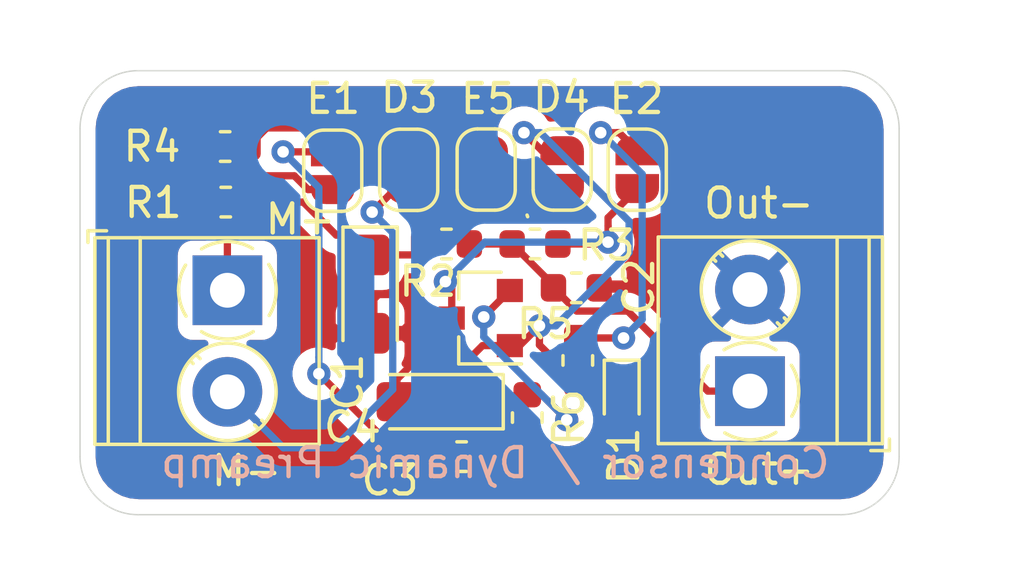
<source format=kicad_pcb>
(kicad_pcb (version 20171130) (host pcbnew "(5.1.4)-1")

  (general
    (thickness 1.6)
    (drawings 14)
    (tracks 104)
    (zones 0)
    (modules 19)
    (nets 12)
  )

  (page A4)
  (layers
    (0 F.Cu signal)
    (31 B.Cu signal)
    (32 B.Adhes user)
    (33 F.Adhes user)
    (34 B.Paste user)
    (35 F.Paste user)
    (36 B.SilkS user)
    (37 F.SilkS user)
    (38 B.Mask user)
    (39 F.Mask user hide)
    (40 Dwgs.User user)
    (41 Cmts.User user)
    (42 Eco1.User user)
    (43 Eco2.User user)
    (44 Edge.Cuts user)
    (45 Margin user)
    (46 B.CrtYd user)
    (47 F.CrtYd user)
    (48 B.Fab user)
    (49 F.Fab user hide)
  )

  (setup
    (last_trace_width 0.25)
    (trace_clearance 0.2)
    (zone_clearance 0.508)
    (zone_45_only no)
    (trace_min 0.2)
    (via_size 0.8)
    (via_drill 0.4)
    (via_min_size 0.4)
    (via_min_drill 0.3)
    (uvia_size 0.3)
    (uvia_drill 0.1)
    (uvias_allowed no)
    (uvia_min_size 0.2)
    (uvia_min_drill 0.1)
    (edge_width 0.05)
    (segment_width 0.2)
    (pcb_text_width 0.3)
    (pcb_text_size 1.5 1.5)
    (mod_edge_width 0.12)
    (mod_text_size 1 1)
    (mod_text_width 0.15)
    (pad_size 2.4 2.4)
    (pad_drill 1.4)
    (pad_to_mask_clearance 0.051)
    (solder_mask_min_width 0.25)
    (aux_axis_origin 0 0)
    (visible_elements 7FFFFFFF)
    (pcbplotparams
      (layerselection 0x010fc_ffffffff)
      (usegerberextensions false)
      (usegerberattributes false)
      (usegerberadvancedattributes false)
      (creategerberjobfile false)
      (excludeedgelayer true)
      (linewidth 0.100000)
      (plotframeref false)
      (viasonmask false)
      (mode 1)
      (useauxorigin false)
      (hpglpennumber 1)
      (hpglpenspeed 20)
      (hpglpendiameter 15.000000)
      (psnegative false)
      (psa4output false)
      (plotreference true)
      (plotvalue false)
      (plotinvisibletext false)
      (padsonsilk false)
      (subtractmaskfromsilk false)
      (outputformat 1)
      (mirror false)
      (drillshape 0)
      (scaleselection 1)
      (outputdirectory "Gerbers/"))
  )

  (net 0 "")
  (net 1 GND)
  (net 2 "Net-(C1-Pad1)")
  (net 3 "Net-(C2-Pad1)")
  (net 4 "Net-(C3-Pad2)")
  (net 5 "Net-(C3-Pad1)")
  (net 6 "Net-(C4-Pad1)")
  (net 7 "Net-(J1-Pad2)")
  (net 8 "Net-(J1-Pad1)")
  (net 9 "Net-(JP2-Pad1)")
  (net 10 "Net-(JP2-Pad2)")
  (net 11 "Net-(JP3-Pad2)")

  (net_class Default "This is the default net class."
    (clearance 0.2)
    (trace_width 0.25)
    (via_dia 0.8)
    (via_drill 0.4)
    (uvia_dia 0.3)
    (uvia_drill 0.1)
    (add_net GND)
    (add_net "Net-(C1-Pad1)")
    (add_net "Net-(C2-Pad1)")
    (add_net "Net-(C3-Pad1)")
    (add_net "Net-(C3-Pad2)")
    (add_net "Net-(C4-Pad1)")
    (add_net "Net-(J1-Pad1)")
    (add_net "Net-(J1-Pad2)")
    (add_net "Net-(JP2-Pad1)")
    (add_net "Net-(JP2-Pad2)")
    (add_net "Net-(JP3-Pad2)")
  )

  (module Capacitor_Tantalum_SMD:CP_EIA-3216-18_Kemet-A (layer F.Cu) (tedit 5B301BBE) (tstamp 5DF9D300)
    (at 80.0608 98.9076 180)
    (descr "Tantalum Capacitor SMD Kemet-A (3216-18 Metric), IPC_7351 nominal, (Body size from: http://www.kemet.com/Lists/ProductCatalog/Attachments/253/KEM_TC101_STD.pdf), generated with kicad-footprint-generator")
    (tags "capacitor tantalum")
    (path /5E00CCB2)
    (attr smd)
    (fp_text reference C4 (at 2.8829 -0.8763) (layer F.SilkS)
      (effects (font (size 1 1) (thickness 0.15)))
    )
    (fp_text value CP (at 0 1.75) (layer F.Fab)
      (effects (font (size 1 1) (thickness 0.15)))
    )
    (fp_text user %R (at 0 0) (layer F.Fab)
      (effects (font (size 0.8 0.8) (thickness 0.12)))
    )
    (fp_line (start 2.3 1.05) (end -2.3 1.05) (layer F.CrtYd) (width 0.05))
    (fp_line (start 2.3 -1.05) (end 2.3 1.05) (layer F.CrtYd) (width 0.05))
    (fp_line (start -2.3 -1.05) (end 2.3 -1.05) (layer F.CrtYd) (width 0.05))
    (fp_line (start -2.3 1.05) (end -2.3 -1.05) (layer F.CrtYd) (width 0.05))
    (fp_line (start -2.31 0.935) (end 1.6 0.935) (layer F.SilkS) (width 0.12))
    (fp_line (start -2.31 -0.935) (end -2.31 0.935) (layer F.SilkS) (width 0.12))
    (fp_line (start 1.6 -0.935) (end -2.31 -0.935) (layer F.SilkS) (width 0.12))
    (fp_line (start 1.6 0.8) (end 1.6 -0.8) (layer F.Fab) (width 0.1))
    (fp_line (start -1.6 0.8) (end 1.6 0.8) (layer F.Fab) (width 0.1))
    (fp_line (start -1.6 -0.4) (end -1.6 0.8) (layer F.Fab) (width 0.1))
    (fp_line (start -1.2 -0.8) (end -1.6 -0.4) (layer F.Fab) (width 0.1))
    (fp_line (start 1.6 -0.8) (end -1.2 -0.8) (layer F.Fab) (width 0.1))
    (pad 2 smd roundrect (at 1.35 0 180) (size 1.4 1.35) (layers F.Cu F.Paste F.Mask) (roundrect_rratio 0.185185)
      (net 1 GND))
    (pad 1 smd roundrect (at -1.35 0 180) (size 1.4 1.35) (layers F.Cu F.Paste F.Mask) (roundrect_rratio 0.185185)
      (net 6 "Net-(C4-Pad1)"))
    (model ${KISYS3DMOD}/Capacitor_Tantalum_SMD.3dshapes/CP_EIA-3216-18_Kemet-A.wrl
      (at (xyz 0 0 0))
      (scale (xyz 1 1 1))
      (rotate (xyz 0 0 0))
    )
  )

  (module Capacitor_Tantalum_SMD:CP_EIA-3216-18_Kemet-A (layer F.Cu) (tedit 5B301BBE) (tstamp 5DF9BFB9)
    (at 77.7875 95.1992 270)
    (descr "Tantalum Capacitor SMD Kemet-A (3216-18 Metric), IPC_7351 nominal, (Body size from: http://www.kemet.com/Lists/ProductCatalog/Attachments/253/KEM_TC101_STD.pdf), generated with kicad-footprint-generator")
    (tags "capacitor tantalum")
    (path /5E00B6EE)
    (attr smd)
    (fp_text reference C1 (at 3.0353 0.7747 90) (layer F.SilkS)
      (effects (font (size 1 1) (thickness 0.15)))
    )
    (fp_text value CP (at 0 1.75 90) (layer F.Fab)
      (effects (font (size 1 1) (thickness 0.15)))
    )
    (fp_text user %R (at 0 0 90) (layer F.Fab)
      (effects (font (size 0.8 0.8) (thickness 0.12)))
    )
    (fp_line (start 2.3 1.05) (end -2.3 1.05) (layer F.CrtYd) (width 0.05))
    (fp_line (start 2.3 -1.05) (end 2.3 1.05) (layer F.CrtYd) (width 0.05))
    (fp_line (start -2.3 -1.05) (end 2.3 -1.05) (layer F.CrtYd) (width 0.05))
    (fp_line (start -2.3 1.05) (end -2.3 -1.05) (layer F.CrtYd) (width 0.05))
    (fp_line (start -2.31 0.935) (end 1.6 0.935) (layer F.SilkS) (width 0.12))
    (fp_line (start -2.31 -0.935) (end -2.31 0.935) (layer F.SilkS) (width 0.12))
    (fp_line (start 1.6 -0.935) (end -2.31 -0.935) (layer F.SilkS) (width 0.12))
    (fp_line (start 1.6 0.8) (end 1.6 -0.8) (layer F.Fab) (width 0.1))
    (fp_line (start -1.6 0.8) (end 1.6 0.8) (layer F.Fab) (width 0.1))
    (fp_line (start -1.6 -0.4) (end -1.6 0.8) (layer F.Fab) (width 0.1))
    (fp_line (start -1.2 -0.8) (end -1.6 -0.4) (layer F.Fab) (width 0.1))
    (fp_line (start 1.6 -0.8) (end -1.2 -0.8) (layer F.Fab) (width 0.1))
    (pad 2 smd roundrect (at 1.35 0 270) (size 1.4 1.35) (layers F.Cu F.Paste F.Mask) (roundrect_rratio 0.185185)
      (net 1 GND))
    (pad 1 smd roundrect (at -1.35 0 270) (size 1.4 1.35) (layers F.Cu F.Paste F.Mask) (roundrect_rratio 0.185185)
      (net 2 "Net-(C1-Pad1)"))
    (model ${KISYS3DMOD}/Capacitor_Tantalum_SMD.3dshapes/CP_EIA-3216-18_Kemet-A.wrl
      (at (xyz 0 0 0))
      (scale (xyz 1 1 1))
      (rotate (xyz 0 0 0))
    )
  )

  (module Jumper:SolderJumper-2_P1.3mm_Open_RoundedPad1.0x1.5mm (layer F.Cu) (tedit 5B391E66) (tstamp 5DF963DB)
    (at 86.98484 90.91168 270)
    (descr "SMD Solder Jumper, 1x1.5mm, rounded Pads, 0.3mm gap, open")
    (tags "solder jumper open")
    (path /5DF8F7F9)
    (attr virtual)
    (fp_text reference E2 (at -2.4432 0.0254 180) (layer F.SilkS)
      (effects (font (size 1 1) (thickness 0.15)))
    )
    (fp_text value SolderJumper_2_Open (at 0 1.9 90) (layer F.Fab)
      (effects (font (size 1 1) (thickness 0.15)))
    )
    (fp_line (start 1.65 1.25) (end -1.65 1.25) (layer F.CrtYd) (width 0.05))
    (fp_line (start 1.65 1.25) (end 1.65 -1.25) (layer F.CrtYd) (width 0.05))
    (fp_line (start -1.65 -1.25) (end -1.65 1.25) (layer F.CrtYd) (width 0.05))
    (fp_line (start -1.65 -1.25) (end 1.65 -1.25) (layer F.CrtYd) (width 0.05))
    (fp_line (start -0.7 -1) (end 0.7 -1) (layer F.SilkS) (width 0.12))
    (fp_line (start 1.4 -0.3) (end 1.4 0.3) (layer F.SilkS) (width 0.12))
    (fp_line (start 0.7 1) (end -0.7 1) (layer F.SilkS) (width 0.12))
    (fp_line (start -1.4 0.3) (end -1.4 -0.3) (layer F.SilkS) (width 0.12))
    (fp_arc (start -0.7 -0.3) (end -0.7 -1) (angle -90) (layer F.SilkS) (width 0.12))
    (fp_arc (start -0.7 0.3) (end -1.4 0.3) (angle -90) (layer F.SilkS) (width 0.12))
    (fp_arc (start 0.7 0.3) (end 0.7 1) (angle -90) (layer F.SilkS) (width 0.12))
    (fp_arc (start 0.7 -0.3) (end 1.4 -0.3) (angle -90) (layer F.SilkS) (width 0.12))
    (pad 2 smd custom (at 0.65 0 270) (size 1 0.5) (layers F.Cu F.Mask)
      (net 10 "Net-(JP2-Pad2)") (zone_connect 2)
      (options (clearance outline) (anchor rect))
      (primitives
        (gr_circle (center 0 0.25) (end 0.5 0.25) (width 0))
        (gr_circle (center 0 -0.25) (end 0.5 -0.25) (width 0))
        (gr_poly (pts
           (xy 0 -0.75) (xy -0.5 -0.75) (xy -0.5 0.75) (xy 0 0.75)) (width 0))
      ))
    (pad 1 smd custom (at -0.65 0 270) (size 1 0.5) (layers F.Cu F.Mask)
      (net 9 "Net-(JP2-Pad1)") (zone_connect 2)
      (options (clearance outline) (anchor rect))
      (primitives
        (gr_circle (center 0 0.25) (end 0.5 0.25) (width 0))
        (gr_circle (center 0 -0.25) (end 0.5 -0.25) (width 0))
        (gr_poly (pts
           (xy 0 -0.75) (xy 0.5 -0.75) (xy 0.5 0.75) (xy 0 0.75)) (width 0))
      ))
  )

  (module Jumper:SolderJumper-2_P1.3mm_Open_RoundedPad1.0x1.5mm (layer F.Cu) (tedit 5B391E66) (tstamp 5DF963C9)
    (at 76.49972 90.94724 90)
    (descr "SMD Solder Jumper, 1x1.5mm, rounded Pads, 0.3mm gap, open")
    (tags "solder jumper open")
    (path /5DFA3FA2)
    (attr virtual)
    (fp_text reference E1 (at 2.48384 0.01524) (layer F.SilkS)
      (effects (font (size 1 1) (thickness 0.15)))
    )
    (fp_text value SolderJumper_2_Open (at 0 1.9 90) (layer F.Fab)
      (effects (font (size 1 1) (thickness 0.15)))
    )
    (fp_line (start 1.65 1.25) (end -1.65 1.25) (layer F.CrtYd) (width 0.05))
    (fp_line (start 1.65 1.25) (end 1.65 -1.25) (layer F.CrtYd) (width 0.05))
    (fp_line (start -1.65 -1.25) (end -1.65 1.25) (layer F.CrtYd) (width 0.05))
    (fp_line (start -1.65 -1.25) (end 1.65 -1.25) (layer F.CrtYd) (width 0.05))
    (fp_line (start -0.7 -1) (end 0.7 -1) (layer F.SilkS) (width 0.12))
    (fp_line (start 1.4 -0.3) (end 1.4 0.3) (layer F.SilkS) (width 0.12))
    (fp_line (start 0.7 1) (end -0.7 1) (layer F.SilkS) (width 0.12))
    (fp_line (start -1.4 0.3) (end -1.4 -0.3) (layer F.SilkS) (width 0.12))
    (fp_arc (start -0.7 -0.3) (end -0.7 -1) (angle -90) (layer F.SilkS) (width 0.12))
    (fp_arc (start -0.7 0.3) (end -1.4 0.3) (angle -90) (layer F.SilkS) (width 0.12))
    (fp_arc (start 0.7 0.3) (end 0.7 1) (angle -90) (layer F.SilkS) (width 0.12))
    (fp_arc (start 0.7 -0.3) (end 1.4 -0.3) (angle -90) (layer F.SilkS) (width 0.12))
    (pad 2 smd custom (at 0.65 0 90) (size 1 0.5) (layers F.Cu F.Mask)
      (net 4 "Net-(C3-Pad2)") (zone_connect 2)
      (options (clearance outline) (anchor rect))
      (primitives
        (gr_circle (center 0 0.25) (end 0.5 0.25) (width 0))
        (gr_circle (center 0 -0.25) (end 0.5 -0.25) (width 0))
        (gr_poly (pts
           (xy 0 -0.75) (xy -0.5 -0.75) (xy -0.5 0.75) (xy 0 0.75)) (width 0))
      ))
    (pad 1 smd custom (at -0.65 0 90) (size 1 0.5) (layers F.Cu F.Mask)
      (net 8 "Net-(J1-Pad1)") (zone_connect 2)
      (options (clearance outline) (anchor rect))
      (primitives
        (gr_circle (center 0 0.25) (end 0.5 0.25) (width 0))
        (gr_circle (center 0 -0.25) (end 0.5 -0.25) (width 0))
        (gr_poly (pts
           (xy 0 -0.75) (xy 0.5 -0.75) (xy 0.5 0.75) (xy 0 0.75)) (width 0))
      ))
  )

  (module Resistor_SMD:R_0603_1608Metric (layer F.Cu) (tedit 5B301BBD) (tstamp 5DF93E77)
    (at 83.1977 99.4537 270)
    (descr "Resistor SMD 0603 (1608 Metric), square (rectangular) end terminal, IPC_7351 nominal, (Body size source: http://www.tortai-tech.com/upload/download/2011102023233369053.pdf), generated with kicad-footprint-generator")
    (tags resistor)
    (path /5DEB3F84)
    (attr smd)
    (fp_text reference R6 (at 0 -1.43 90) (layer F.SilkS)
      (effects (font (size 1 1) (thickness 0.15)))
    )
    (fp_text value R (at 0 1.43 90) (layer F.Fab)
      (effects (font (size 1 1) (thickness 0.15)))
    )
    (fp_text user %R (at 0 0 90) (layer F.Fab)
      (effects (font (size 0.4 0.4) (thickness 0.06)))
    )
    (fp_line (start 1.48 0.73) (end -1.48 0.73) (layer F.CrtYd) (width 0.05))
    (fp_line (start 1.48 -0.73) (end 1.48 0.73) (layer F.CrtYd) (width 0.05))
    (fp_line (start -1.48 -0.73) (end 1.48 -0.73) (layer F.CrtYd) (width 0.05))
    (fp_line (start -1.48 0.73) (end -1.48 -0.73) (layer F.CrtYd) (width 0.05))
    (fp_line (start -0.162779 0.51) (end 0.162779 0.51) (layer F.SilkS) (width 0.12))
    (fp_line (start -0.162779 -0.51) (end 0.162779 -0.51) (layer F.SilkS) (width 0.12))
    (fp_line (start 0.8 0.4) (end -0.8 0.4) (layer F.Fab) (width 0.1))
    (fp_line (start 0.8 -0.4) (end 0.8 0.4) (layer F.Fab) (width 0.1))
    (fp_line (start -0.8 -0.4) (end 0.8 -0.4) (layer F.Fab) (width 0.1))
    (fp_line (start -0.8 0.4) (end -0.8 -0.4) (layer F.Fab) (width 0.1))
    (pad 2 smd roundrect (at 0.7875 0 270) (size 0.875 0.95) (layers F.Cu F.Paste F.Mask) (roundrect_rratio 0.25)
      (net 1 GND))
    (pad 1 smd roundrect (at -0.7875 0 270) (size 0.875 0.95) (layers F.Cu F.Paste F.Mask) (roundrect_rratio 0.25)
      (net 6 "Net-(C4-Pad1)"))
    (model ${KISYS3DMOD}/Resistor_SMD.3dshapes/R_0603_1608Metric.wrl
      (at (xyz 0 0 0))
      (scale (xyz 1 1 1))
      (rotate (xyz 0 0 0))
    )
  )

  (module Resistor_SMD:R_0603_1608Metric (layer F.Cu) (tedit 5B301BBD) (tstamp 5DF93E66)
    (at 84.9376 97.4852 270)
    (descr "Resistor SMD 0603 (1608 Metric), square (rectangular) end terminal, IPC_7351 nominal, (Body size source: http://www.tortai-tech.com/upload/download/2011102023233369053.pdf), generated with kicad-footprint-generator")
    (tags resistor)
    (path /5DF94E36)
    (attr smd)
    (fp_text reference R5 (at -1.2573 1.1176 180) (layer F.SilkS)
      (effects (font (size 1 1) (thickness 0.15)))
    )
    (fp_text value R (at 0 1.43 90) (layer F.Fab)
      (effects (font (size 1 1) (thickness 0.15)))
    )
    (fp_text user %R (at 0 0 90) (layer F.Fab)
      (effects (font (size 0.4 0.4) (thickness 0.06)))
    )
    (fp_line (start 1.48 0.73) (end -1.48 0.73) (layer F.CrtYd) (width 0.05))
    (fp_line (start 1.48 -0.73) (end 1.48 0.73) (layer F.CrtYd) (width 0.05))
    (fp_line (start -1.48 -0.73) (end 1.48 -0.73) (layer F.CrtYd) (width 0.05))
    (fp_line (start -1.48 0.73) (end -1.48 -0.73) (layer F.CrtYd) (width 0.05))
    (fp_line (start -0.162779 0.51) (end 0.162779 0.51) (layer F.SilkS) (width 0.12))
    (fp_line (start -0.162779 -0.51) (end 0.162779 -0.51) (layer F.SilkS) (width 0.12))
    (fp_line (start 0.8 0.4) (end -0.8 0.4) (layer F.Fab) (width 0.1))
    (fp_line (start 0.8 -0.4) (end 0.8 0.4) (layer F.Fab) (width 0.1))
    (fp_line (start -0.8 -0.4) (end 0.8 -0.4) (layer F.Fab) (width 0.1))
    (fp_line (start -0.8 0.4) (end -0.8 -0.4) (layer F.Fab) (width 0.1))
    (pad 2 smd roundrect (at 0.7875 0 270) (size 0.875 0.95) (layers F.Cu F.Paste F.Mask) (roundrect_rratio 0.25)
      (net 5 "Net-(C3-Pad1)"))
    (pad 1 smd roundrect (at -0.7875 0 270) (size 0.875 0.95) (layers F.Cu F.Paste F.Mask) (roundrect_rratio 0.25)
      (net 9 "Net-(JP2-Pad1)"))
    (model ${KISYS3DMOD}/Resistor_SMD.3dshapes/R_0603_1608Metric.wrl
      (at (xyz 0 0 0))
      (scale (xyz 1 1 1))
      (rotate (xyz 0 0 0))
    )
  )

  (module Resistor_SMD:R_0603_1608Metric (layer F.Cu) (tedit 5B301BBD) (tstamp 5DF93E55)
    (at 72.7963 90.11412)
    (descr "Resistor SMD 0603 (1608 Metric), square (rectangular) end terminal, IPC_7351 nominal, (Body size source: http://www.tortai-tech.com/upload/download/2011102023233369053.pdf), generated with kicad-footprint-generator")
    (tags resistor)
    (path /5DEB2F30)
    (attr smd)
    (fp_text reference R4 (at -2.51958 0) (layer F.SilkS)
      (effects (font (size 1 1) (thickness 0.15)))
    )
    (fp_text value R (at 0 1.43) (layer F.Fab)
      (effects (font (size 1 1) (thickness 0.15)))
    )
    (fp_text user %R (at 0 0) (layer F.Fab)
      (effects (font (size 0.4 0.4) (thickness 0.06)))
    )
    (fp_line (start 1.48 0.73) (end -1.48 0.73) (layer F.CrtYd) (width 0.05))
    (fp_line (start 1.48 -0.73) (end 1.48 0.73) (layer F.CrtYd) (width 0.05))
    (fp_line (start -1.48 -0.73) (end 1.48 -0.73) (layer F.CrtYd) (width 0.05))
    (fp_line (start -1.48 0.73) (end -1.48 -0.73) (layer F.CrtYd) (width 0.05))
    (fp_line (start -0.162779 0.51) (end 0.162779 0.51) (layer F.SilkS) (width 0.12))
    (fp_line (start -0.162779 -0.51) (end 0.162779 -0.51) (layer F.SilkS) (width 0.12))
    (fp_line (start 0.8 0.4) (end -0.8 0.4) (layer F.Fab) (width 0.1))
    (fp_line (start 0.8 -0.4) (end 0.8 0.4) (layer F.Fab) (width 0.1))
    (fp_line (start -0.8 -0.4) (end 0.8 -0.4) (layer F.Fab) (width 0.1))
    (fp_line (start -0.8 0.4) (end -0.8 -0.4) (layer F.Fab) (width 0.1))
    (pad 2 smd roundrect (at 0.7875 0) (size 0.875 0.95) (layers F.Cu F.Paste F.Mask) (roundrect_rratio 0.25)
      (net 11 "Net-(JP3-Pad2)"))
    (pad 1 smd roundrect (at -0.7875 0) (size 0.875 0.95) (layers F.Cu F.Paste F.Mask) (roundrect_rratio 0.25)
      (net 8 "Net-(J1-Pad1)"))
    (model ${KISYS3DMOD}/Resistor_SMD.3dshapes/R_0603_1608Metric.wrl
      (at (xyz 0 0 0))
      (scale (xyz 1 1 1))
      (rotate (xyz 0 0 0))
    )
  )

  (module Resistor_SMD:R_0603_1608Metric (layer F.Cu) (tedit 5B301BBD) (tstamp 5DF93E44)
    (at 83.4644 93.472)
    (descr "Resistor SMD 0603 (1608 Metric), square (rectangular) end terminal, IPC_7351 nominal, (Body size source: http://www.tortai-tech.com/upload/download/2011102023233369053.pdf), generated with kicad-footprint-generator")
    (tags resistor)
    (path /5DEB3B47)
    (attr smd)
    (fp_text reference R3 (at 2.45364 0.04572) (layer F.SilkS)
      (effects (font (size 1 1) (thickness 0.15)))
    )
    (fp_text value R (at 0 1.43) (layer F.Fab)
      (effects (font (size 1 1) (thickness 0.15)))
    )
    (fp_text user %R (at 0 0) (layer F.Fab)
      (effects (font (size 0.4 0.4) (thickness 0.06)))
    )
    (fp_line (start 1.48 0.73) (end -1.48 0.73) (layer F.CrtYd) (width 0.05))
    (fp_line (start 1.48 -0.73) (end 1.48 0.73) (layer F.CrtYd) (width 0.05))
    (fp_line (start -1.48 -0.73) (end 1.48 -0.73) (layer F.CrtYd) (width 0.05))
    (fp_line (start -1.48 0.73) (end -1.48 -0.73) (layer F.CrtYd) (width 0.05))
    (fp_line (start -0.162779 0.51) (end 0.162779 0.51) (layer F.SilkS) (width 0.12))
    (fp_line (start -0.162779 -0.51) (end 0.162779 -0.51) (layer F.SilkS) (width 0.12))
    (fp_line (start 0.8 0.4) (end -0.8 0.4) (layer F.Fab) (width 0.1))
    (fp_line (start 0.8 -0.4) (end 0.8 0.4) (layer F.Fab) (width 0.1))
    (fp_line (start -0.8 -0.4) (end 0.8 -0.4) (layer F.Fab) (width 0.1))
    (fp_line (start -0.8 0.4) (end -0.8 -0.4) (layer F.Fab) (width 0.1))
    (pad 2 smd roundrect (at 0.7875 0) (size 0.875 0.95) (layers F.Cu F.Paste F.Mask) (roundrect_rratio 0.25)
      (net 10 "Net-(JP2-Pad2)"))
    (pad 1 smd roundrect (at -0.7875 0) (size 0.875 0.95) (layers F.Cu F.Paste F.Mask) (roundrect_rratio 0.25)
      (net 3 "Net-(C2-Pad1)"))
    (model ${KISYS3DMOD}/Resistor_SMD.3dshapes/R_0603_1608Metric.wrl
      (at (xyz 0 0 0))
      (scale (xyz 1 1 1))
      (rotate (xyz 0 0 0))
    )
  )

  (module Resistor_SMD:R_0603_1608Metric (layer F.Cu) (tedit 5B301BBD) (tstamp 5DF93E33)
    (at 80.4164 93.472 180)
    (descr "Resistor SMD 0603 (1608 Metric), square (rectangular) end terminal, IPC_7351 nominal, (Body size source: http://www.tortai-tech.com/upload/download/2011102023233369053.pdf), generated with kicad-footprint-generator")
    (tags resistor)
    (path /5DEAFD97)
    (attr smd)
    (fp_text reference R2 (at 0.64008 -1.29032) (layer F.SilkS)
      (effects (font (size 1 1) (thickness 0.15)))
    )
    (fp_text value R (at 0 1.43) (layer F.Fab)
      (effects (font (size 1 1) (thickness 0.15)))
    )
    (fp_text user %R (at 0 0) (layer F.Fab)
      (effects (font (size 0.4 0.4) (thickness 0.06)))
    )
    (fp_line (start 1.48 0.73) (end -1.48 0.73) (layer F.CrtYd) (width 0.05))
    (fp_line (start 1.48 -0.73) (end 1.48 0.73) (layer F.CrtYd) (width 0.05))
    (fp_line (start -1.48 -0.73) (end 1.48 -0.73) (layer F.CrtYd) (width 0.05))
    (fp_line (start -1.48 0.73) (end -1.48 -0.73) (layer F.CrtYd) (width 0.05))
    (fp_line (start -0.162779 0.51) (end 0.162779 0.51) (layer F.SilkS) (width 0.12))
    (fp_line (start -0.162779 -0.51) (end 0.162779 -0.51) (layer F.SilkS) (width 0.12))
    (fp_line (start 0.8 0.4) (end -0.8 0.4) (layer F.Fab) (width 0.1))
    (fp_line (start 0.8 -0.4) (end 0.8 0.4) (layer F.Fab) (width 0.1))
    (fp_line (start -0.8 -0.4) (end 0.8 -0.4) (layer F.Fab) (width 0.1))
    (fp_line (start -0.8 0.4) (end -0.8 -0.4) (layer F.Fab) (width 0.1))
    (pad 2 smd roundrect (at 0.7875 0 180) (size 0.875 0.95) (layers F.Cu F.Paste F.Mask) (roundrect_rratio 0.25)
      (net 2 "Net-(C1-Pad1)"))
    (pad 1 smd roundrect (at -0.7875 0 180) (size 0.875 0.95) (layers F.Cu F.Paste F.Mask) (roundrect_rratio 0.25)
      (net 3 "Net-(C2-Pad1)"))
    (model ${KISYS3DMOD}/Resistor_SMD.3dshapes/R_0603_1608Metric.wrl
      (at (xyz 0 0 0))
      (scale (xyz 1 1 1))
      (rotate (xyz 0 0 0))
    )
  )

  (module Resistor_SMD:R_0603_1608Metric (layer F.Cu) (tedit 5B301BBD) (tstamp 5DF93E22)
    (at 72.81672 92.02928 180)
    (descr "Resistor SMD 0603 (1608 Metric), square (rectangular) end terminal, IPC_7351 nominal, (Body size source: http://www.tortai-tech.com/upload/download/2011102023233369053.pdf), generated with kicad-footprint-generator")
    (tags resistor)
    (path /5DEB0EA6)
    (attr smd)
    (fp_text reference R1 (at 2.49936 -0.02032) (layer F.SilkS)
      (effects (font (size 1 1) (thickness 0.15)))
    )
    (fp_text value R (at 0 1.43) (layer F.Fab)
      (effects (font (size 1 1) (thickness 0.15)))
    )
    (fp_text user %R (at 0 0) (layer F.Fab)
      (effects (font (size 0.4 0.4) (thickness 0.06)))
    )
    (fp_line (start 1.48 0.73) (end -1.48 0.73) (layer F.CrtYd) (width 0.05))
    (fp_line (start 1.48 -0.73) (end 1.48 0.73) (layer F.CrtYd) (width 0.05))
    (fp_line (start -1.48 -0.73) (end 1.48 -0.73) (layer F.CrtYd) (width 0.05))
    (fp_line (start -1.48 0.73) (end -1.48 -0.73) (layer F.CrtYd) (width 0.05))
    (fp_line (start -0.162779 0.51) (end 0.162779 0.51) (layer F.SilkS) (width 0.12))
    (fp_line (start -0.162779 -0.51) (end 0.162779 -0.51) (layer F.SilkS) (width 0.12))
    (fp_line (start 0.8 0.4) (end -0.8 0.4) (layer F.Fab) (width 0.1))
    (fp_line (start 0.8 -0.4) (end 0.8 0.4) (layer F.Fab) (width 0.1))
    (fp_line (start -0.8 -0.4) (end 0.8 -0.4) (layer F.Fab) (width 0.1))
    (fp_line (start -0.8 0.4) (end -0.8 -0.4) (layer F.Fab) (width 0.1))
    (pad 2 smd roundrect (at 0.7875 0 180) (size 0.875 0.95) (layers F.Cu F.Paste F.Mask) (roundrect_rratio 0.25)
      (net 8 "Net-(J1-Pad1)"))
    (pad 1 smd roundrect (at -0.7875 0 180) (size 0.875 0.95) (layers F.Cu F.Paste F.Mask) (roundrect_rratio 0.25)
      (net 2 "Net-(C1-Pad1)"))
    (model ${KISYS3DMOD}/Resistor_SMD.3dshapes/R_0603_1608Metric.wrl
      (at (xyz 0 0 0))
      (scale (xyz 1 1 1))
      (rotate (xyz 0 0 0))
    )
  )

  (module Package_TO_SOT_SMD:SOT-23 (layer F.Cu) (tedit 5A02FF57) (tstamp 5DF93E11)
    (at 81.5975 96.0247 180)
    (descr "SOT-23, Standard")
    (tags SOT-23)
    (path /5DEAF56C)
    (attr smd)
    (fp_text reference Q1 (at 0 -2.5) (layer F.SilkS) hide
      (effects (font (size 1 1) (thickness 0.15)))
    )
    (fp_text value MMBT3904 (at 0 2.5) (layer F.Fab)
      (effects (font (size 1 1) (thickness 0.15)))
    )
    (fp_line (start 0.76 1.58) (end -0.7 1.58) (layer F.SilkS) (width 0.12))
    (fp_line (start 0.76 -1.58) (end -1.4 -1.58) (layer F.SilkS) (width 0.12))
    (fp_line (start -1.7 1.75) (end -1.7 -1.75) (layer F.CrtYd) (width 0.05))
    (fp_line (start 1.7 1.75) (end -1.7 1.75) (layer F.CrtYd) (width 0.05))
    (fp_line (start 1.7 -1.75) (end 1.7 1.75) (layer F.CrtYd) (width 0.05))
    (fp_line (start -1.7 -1.75) (end 1.7 -1.75) (layer F.CrtYd) (width 0.05))
    (fp_line (start 0.76 -1.58) (end 0.76 -0.65) (layer F.SilkS) (width 0.12))
    (fp_line (start 0.76 1.58) (end 0.76 0.65) (layer F.SilkS) (width 0.12))
    (fp_line (start -0.7 1.52) (end 0.7 1.52) (layer F.Fab) (width 0.1))
    (fp_line (start 0.7 -1.52) (end 0.7 1.52) (layer F.Fab) (width 0.1))
    (fp_line (start -0.7 -0.95) (end -0.15 -1.52) (layer F.Fab) (width 0.1))
    (fp_line (start -0.15 -1.52) (end 0.7 -1.52) (layer F.Fab) (width 0.1))
    (fp_line (start -0.7 -0.95) (end -0.7 1.5) (layer F.Fab) (width 0.1))
    (fp_text user %R (at 0 0 90) (layer F.Fab)
      (effects (font (size 0.5 0.5) (thickness 0.075)))
    )
    (pad 3 smd rect (at 1 0 180) (size 0.9 0.8) (layers F.Cu F.Paste F.Mask)
      (net 10 "Net-(JP2-Pad2)"))
    (pad 2 smd rect (at -1 0.95 180) (size 0.9 0.8) (layers F.Cu F.Paste F.Mask)
      (net 6 "Net-(C4-Pad1)"))
    (pad 1 smd rect (at -1 -0.95 180) (size 0.9 0.8) (layers F.Cu F.Paste F.Mask)
      (net 5 "Net-(C3-Pad1)"))
    (model ${KISYS3DMOD}/Package_TO_SOT_SMD.3dshapes/SOT-23.wrl
      (at (xyz 0 0 0))
      (scale (xyz 1 1 1))
      (rotate (xyz 0 0 0))
    )
  )

  (module Jumper:SolderJumper-2_P1.3mm_Open_RoundedPad1.0x1.5mm (layer F.Cu) (tedit 5B391E66) (tstamp 5DF93DFC)
    (at 81.78292 90.9066 90)
    (descr "SMD Solder Jumper, 1x1.5mm, rounded Pads, 0.3mm gap, open")
    (tags "solder jumper open")
    (path /5DF981C7)
    (attr virtual)
    (fp_text reference E5 (at 2.43812 0.06096 180) (layer F.SilkS)
      (effects (font (size 1 1) (thickness 0.15)))
    )
    (fp_text value SolderJumper_2_Open (at 0 1.9 90) (layer F.Fab)
      (effects (font (size 1 1) (thickness 0.15)))
    )
    (fp_line (start 1.65 1.25) (end -1.65 1.25) (layer F.CrtYd) (width 0.05))
    (fp_line (start 1.65 1.25) (end 1.65 -1.25) (layer F.CrtYd) (width 0.05))
    (fp_line (start -1.65 -1.25) (end -1.65 1.25) (layer F.CrtYd) (width 0.05))
    (fp_line (start -1.65 -1.25) (end 1.65 -1.25) (layer F.CrtYd) (width 0.05))
    (fp_line (start -0.7 -1) (end 0.7 -1) (layer F.SilkS) (width 0.12))
    (fp_line (start 1.4 -0.3) (end 1.4 0.3) (layer F.SilkS) (width 0.12))
    (fp_line (start 0.7 1) (end -0.7 1) (layer F.SilkS) (width 0.12))
    (fp_line (start -1.4 0.3) (end -1.4 -0.3) (layer F.SilkS) (width 0.12))
    (fp_arc (start -0.7 -0.3) (end -0.7 -1) (angle -90) (layer F.SilkS) (width 0.12))
    (fp_arc (start -0.7 0.3) (end -1.4 0.3) (angle -90) (layer F.SilkS) (width 0.12))
    (fp_arc (start 0.7 0.3) (end 0.7 1) (angle -90) (layer F.SilkS) (width 0.12))
    (fp_arc (start 0.7 -0.3) (end 1.4 -0.3) (angle -90) (layer F.SilkS) (width 0.12))
    (pad 2 smd custom (at 0.65 0 90) (size 1 0.5) (layers F.Cu F.Mask)
      (net 1 GND) (zone_connect 2)
      (options (clearance outline) (anchor rect))
      (primitives
        (gr_circle (center 0 0.25) (end 0.5 0.25) (width 0))
        (gr_circle (center 0 -0.25) (end 0.5 -0.25) (width 0))
        (gr_poly (pts
           (xy 0 -0.75) (xy -0.5 -0.75) (xy -0.5 0.75) (xy 0 0.75)) (width 0))
      ))
    (pad 1 smd custom (at -0.65 0 90) (size 1 0.5) (layers F.Cu F.Mask)
      (net 7 "Net-(J1-Pad2)") (zone_connect 2)
      (options (clearance outline) (anchor rect))
      (primitives
        (gr_circle (center 0 0.25) (end 0.5 0.25) (width 0))
        (gr_circle (center 0 -0.25) (end 0.5 -0.25) (width 0))
        (gr_poly (pts
           (xy 0 -0.75) (xy 0.5 -0.75) (xy 0.5 0.75) (xy 0 0.75)) (width 0))
      ))
  )

  (module Jumper:SolderJumper-2_P1.3mm_Open_RoundedPad1.0x1.5mm (layer F.Cu) (tedit 5B391E66) (tstamp 5DF93DEA)
    (at 84.39912 90.90684 90)
    (descr "SMD Solder Jumper, 1x1.5mm, rounded Pads, 0.3mm gap, open")
    (tags "solder jumper open")
    (path /5DF9ACD2)
    (attr virtual)
    (fp_text reference D4 (at 2.49424 -0.0254 180) (layer F.SilkS)
      (effects (font (size 1 1) (thickness 0.15)))
    )
    (fp_text value SolderJumper_2_Open (at 0 1.9 90) (layer F.Fab)
      (effects (font (size 1 1) (thickness 0.15)))
    )
    (fp_line (start 1.65 1.25) (end -1.65 1.25) (layer F.CrtYd) (width 0.05))
    (fp_line (start 1.65 1.25) (end 1.65 -1.25) (layer F.CrtYd) (width 0.05))
    (fp_line (start -1.65 -1.25) (end -1.65 1.25) (layer F.CrtYd) (width 0.05))
    (fp_line (start -1.65 -1.25) (end 1.65 -1.25) (layer F.CrtYd) (width 0.05))
    (fp_line (start -0.7 -1) (end 0.7 -1) (layer F.SilkS) (width 0.12))
    (fp_line (start 1.4 -0.3) (end 1.4 0.3) (layer F.SilkS) (width 0.12))
    (fp_line (start 0.7 1) (end -0.7 1) (layer F.SilkS) (width 0.12))
    (fp_line (start -1.4 0.3) (end -1.4 -0.3) (layer F.SilkS) (width 0.12))
    (fp_arc (start -0.7 -0.3) (end -0.7 -1) (angle -90) (layer F.SilkS) (width 0.12))
    (fp_arc (start -0.7 0.3) (end -1.4 0.3) (angle -90) (layer F.SilkS) (width 0.12))
    (fp_arc (start 0.7 0.3) (end 0.7 1) (angle -90) (layer F.SilkS) (width 0.12))
    (fp_arc (start 0.7 -0.3) (end 1.4 -0.3) (angle -90) (layer F.SilkS) (width 0.12))
    (pad 2 smd custom (at 0.65 0 90) (size 1 0.5) (layers F.Cu F.Mask)
      (net 5 "Net-(C3-Pad1)") (zone_connect 2)
      (options (clearance outline) (anchor rect))
      (primitives
        (gr_circle (center 0 0.25) (end 0.5 0.25) (width 0))
        (gr_circle (center 0 -0.25) (end 0.5 -0.25) (width 0))
        (gr_poly (pts
           (xy 0 -0.75) (xy -0.5 -0.75) (xy -0.5 0.75) (xy 0 0.75)) (width 0))
      ))
    (pad 1 smd custom (at -0.65 0 90) (size 1 0.5) (layers F.Cu F.Mask)
      (net 7 "Net-(J1-Pad2)") (zone_connect 2)
      (options (clearance outline) (anchor rect))
      (primitives
        (gr_circle (center 0 0.25) (end 0.5 0.25) (width 0))
        (gr_circle (center 0 -0.25) (end 0.5 -0.25) (width 0))
        (gr_poly (pts
           (xy 0 -0.75) (xy 0.5 -0.75) (xy 0.5 0.75) (xy 0 0.75)) (width 0))
      ))
  )

  (module Jumper:SolderJumper-2_P1.3mm_Open_RoundedPad1.0x1.5mm (layer F.Cu) (tedit 5B391E66) (tstamp 5DF93DD8)
    (at 79.11592 90.917 90)
    (descr "SMD Solder Jumper, 1x1.5mm, rounded Pads, 0.3mm gap, open")
    (tags "solder jumper open")
    (path /5DF9C384)
    (attr virtual)
    (fp_text reference D3 (at 2.49424 0.02032) (layer F.SilkS)
      (effects (font (size 1 1) (thickness 0.15)))
    )
    (fp_text value SolderJumper_2_Open (at 0 1.9 90) (layer F.Fab)
      (effects (font (size 1 1) (thickness 0.15)))
    )
    (fp_line (start 1.65 1.25) (end -1.65 1.25) (layer F.CrtYd) (width 0.05))
    (fp_line (start 1.65 1.25) (end 1.65 -1.25) (layer F.CrtYd) (width 0.05))
    (fp_line (start -1.65 -1.25) (end -1.65 1.25) (layer F.CrtYd) (width 0.05))
    (fp_line (start -1.65 -1.25) (end 1.65 -1.25) (layer F.CrtYd) (width 0.05))
    (fp_line (start -0.7 -1) (end 0.7 -1) (layer F.SilkS) (width 0.12))
    (fp_line (start 1.4 -0.3) (end 1.4 0.3) (layer F.SilkS) (width 0.12))
    (fp_line (start 0.7 1) (end -0.7 1) (layer F.SilkS) (width 0.12))
    (fp_line (start -1.4 0.3) (end -1.4 -0.3) (layer F.SilkS) (width 0.12))
    (fp_arc (start -0.7 -0.3) (end -0.7 -1) (angle -90) (layer F.SilkS) (width 0.12))
    (fp_arc (start -0.7 0.3) (end -1.4 0.3) (angle -90) (layer F.SilkS) (width 0.12))
    (fp_arc (start 0.7 0.3) (end 0.7 1) (angle -90) (layer F.SilkS) (width 0.12))
    (fp_arc (start 0.7 -0.3) (end 1.4 -0.3) (angle -90) (layer F.SilkS) (width 0.12))
    (pad 2 smd custom (at 0.65 0 90) (size 1 0.5) (layers F.Cu F.Mask)
      (net 11 "Net-(JP3-Pad2)") (zone_connect 2)
      (options (clearance outline) (anchor rect))
      (primitives
        (gr_circle (center 0 0.25) (end 0.5 0.25) (width 0))
        (gr_circle (center 0 -0.25) (end 0.5 -0.25) (width 0))
        (gr_poly (pts
           (xy 0 -0.75) (xy -0.5 -0.75) (xy -0.5 0.75) (xy 0 0.75)) (width 0))
      ))
    (pad 1 smd custom (at -0.65 0 90) (size 1 0.5) (layers F.Cu F.Mask)
      (net 7 "Net-(J1-Pad2)") (zone_connect 2)
      (options (clearance outline) (anchor rect))
      (primitives
        (gr_circle (center 0 0.25) (end 0.5 0.25) (width 0))
        (gr_circle (center 0 -0.25) (end 0.5 -0.25) (width 0))
        (gr_poly (pts
           (xy 0 -0.75) (xy 0.5 -0.75) (xy 0.5 0.75) (xy 0 0.75)) (width 0))
      ))
  )

  (module TerminalBlock_Phoenix:TerminalBlock_Phoenix_PT-1,5-2-3.5-H_1x02_P3.50mm_Horizontal (layer F.Cu) (tedit 5B294F3F) (tstamp 5DF93DAA)
    (at 90.86596 98.54184 90)
    (descr "Terminal Block Phoenix PT-1,5-2-3.5-H, 2 pins, pitch 3.5mm, size 7x7.6mm^2, drill diamater 1.2mm, pad diameter 2.4mm, see , script-generated using https://github.com/pointhi/kicad-footprint-generator/scripts/TerminalBlock_Phoenix")
    (tags "THT Terminal Block Phoenix PT-1,5-2-3.5-H pitch 3.5mm size 7x7.6mm^2 drill 1.2mm pad 2.4mm")
    (path /5DEBA004)
    (fp_text reference J2 (at 6.48208 -0.1524 180) (layer F.SilkS) hide
      (effects (font (size 1 1) (thickness 0.15)))
    )
    (fp_text value Conn_01x02_Male (at 1.75 5.56 90) (layer F.Fab)
      (effects (font (size 1 1) (thickness 0.15)))
    )
    (fp_arc (start 0 0) (end 0 1.68) (angle -32) (layer F.SilkS) (width 0.12))
    (fp_arc (start 0 0) (end 1.425 0.891) (angle -64) (layer F.SilkS) (width 0.12))
    (fp_arc (start 0 0) (end 0.866 -1.44) (angle -63) (layer F.SilkS) (width 0.12))
    (fp_arc (start 0 0) (end -1.44 -0.866) (angle -63) (layer F.SilkS) (width 0.12))
    (fp_arc (start 0 0) (end -0.866 1.44) (angle -32) (layer F.SilkS) (width 0.12))
    (fp_circle (center 0 0) (end 1.5 0) (layer F.Fab) (width 0.1))
    (fp_circle (center 3.5 0) (end 5 0) (layer F.Fab) (width 0.1))
    (fp_circle (center 3.5 0) (end 5.18 0) (layer F.SilkS) (width 0.12))
    (fp_line (start -1.75 -3.1) (end 5.25 -3.1) (layer F.Fab) (width 0.1))
    (fp_line (start 5.25 -3.1) (end 5.25 4.5) (layer F.Fab) (width 0.1))
    (fp_line (start 5.25 4.5) (end -1.35 4.5) (layer F.Fab) (width 0.1))
    (fp_line (start -1.35 4.5) (end -1.75 4.1) (layer F.Fab) (width 0.1))
    (fp_line (start -1.75 4.1) (end -1.75 -3.1) (layer F.Fab) (width 0.1))
    (fp_line (start -1.75 4.1) (end 5.25 4.1) (layer F.Fab) (width 0.1))
    (fp_line (start -1.81 4.1) (end 5.31 4.1) (layer F.SilkS) (width 0.12))
    (fp_line (start -1.75 3) (end 5.25 3) (layer F.Fab) (width 0.1))
    (fp_line (start -1.81 3) (end 5.31 3) (layer F.SilkS) (width 0.12))
    (fp_line (start -1.81 -3.16) (end 5.31 -3.16) (layer F.SilkS) (width 0.12))
    (fp_line (start -1.81 4.56) (end 5.31 4.56) (layer F.SilkS) (width 0.12))
    (fp_line (start -1.81 -3.16) (end -1.81 4.56) (layer F.SilkS) (width 0.12))
    (fp_line (start 5.31 -3.16) (end 5.31 4.56) (layer F.SilkS) (width 0.12))
    (fp_line (start 1.138 -0.955) (end -0.955 1.138) (layer F.Fab) (width 0.1))
    (fp_line (start 0.955 -1.138) (end -1.138 0.955) (layer F.Fab) (width 0.1))
    (fp_line (start 4.638 -0.955) (end 2.546 1.138) (layer F.Fab) (width 0.1))
    (fp_line (start 4.455 -1.138) (end 2.363 0.955) (layer F.Fab) (width 0.1))
    (fp_line (start 4.775 -1.069) (end 4.646 -0.941) (layer F.SilkS) (width 0.12))
    (fp_line (start 2.525 1.181) (end 2.431 1.274) (layer F.SilkS) (width 0.12))
    (fp_line (start 4.57 -1.275) (end 4.476 -1.181) (layer F.SilkS) (width 0.12))
    (fp_line (start 2.355 0.941) (end 2.226 1.069) (layer F.SilkS) (width 0.12))
    (fp_line (start -2.05 4.16) (end -2.05 4.8) (layer F.SilkS) (width 0.12))
    (fp_line (start -2.05 4.8) (end -1.65 4.8) (layer F.SilkS) (width 0.12))
    (fp_line (start -2.25 -3.6) (end -2.25 5) (layer F.CrtYd) (width 0.05))
    (fp_line (start -2.25 5) (end 5.75 5) (layer F.CrtYd) (width 0.05))
    (fp_line (start 5.75 5) (end 5.75 -3.6) (layer F.CrtYd) (width 0.05))
    (fp_line (start 5.75 -3.6) (end -2.25 -3.6) (layer F.CrtYd) (width 0.05))
    (fp_text user %R (at 1.75 2.4 90) (layer F.Fab)
      (effects (font (size 1 1) (thickness 0.15)))
    )
    (pad 1 thru_hole rect (at 0 0 90) (size 2.4 2.4) (drill 1.2) (layers *.Cu *.Mask)
      (net 3 "Net-(C2-Pad1)"))
    (pad 2 thru_hole circle (at 3.5 0 90) (size 2.4 2.4) (drill 1.2) (layers *.Cu *.Mask)
      (net 1 GND))
    (model ${KISYS3DMOD}/TerminalBlock_Phoenix.3dshapes/TerminalBlock_Phoenix_PT-1,5-2-3.5-H_1x02_P3.50mm_Horizontal.wrl
      (at (xyz 0 0 0))
      (scale (xyz 1 1 1))
      (rotate (xyz 0 0 0))
    )
    (model "${KIPRJMOD}/Screw Terminal Block 3.5mm 2-way.step"
      (offset (xyz 1.75 0 0))
      (scale (xyz 1 1 1))
      (rotate (xyz -90 0 0))
    )
  )

  (module TerminalBlock_Phoenix:TerminalBlock_Phoenix_PT-1,5-2-3.5-H_1x02_P3.50mm_Horizontal (layer F.Cu) (tedit 5B294F3F) (tstamp 5DF93D80)
    (at 72.8726 95.06712 270)
    (descr "Terminal Block Phoenix PT-1,5-2-3.5-H, 2 pins, pitch 3.5mm, size 7x7.6mm^2, drill diamater 1.2mm, pad diameter 2.4mm, see , script-generated using https://github.com/pointhi/kicad-footprint-generator/scripts/TerminalBlock_Phoenix")
    (tags "THT Terminal Block Phoenix PT-1,5-2-3.5-H pitch 3.5mm size 7x7.6mm^2 drill 1.2mm pad 2.4mm")
    (path /5DEB1BBC)
    (fp_text reference J1 (at 1.75 -4.16 90) (layer F.SilkS) hide
      (effects (font (size 1 1) (thickness 0.15)))
    )
    (fp_text value Conn_01x02_Male (at 1.75 5.56 90) (layer F.Fab)
      (effects (font (size 1 1) (thickness 0.15)))
    )
    (fp_text user %R (at 1.75 2.4 90) (layer F.Fab)
      (effects (font (size 1 1) (thickness 0.15)))
    )
    (fp_line (start 5.75 -3.6) (end -2.25 -3.6) (layer F.CrtYd) (width 0.05))
    (fp_line (start 5.75 5) (end 5.75 -3.6) (layer F.CrtYd) (width 0.05))
    (fp_line (start -2.25 5) (end 5.75 5) (layer F.CrtYd) (width 0.05))
    (fp_line (start -2.25 -3.6) (end -2.25 5) (layer F.CrtYd) (width 0.05))
    (fp_line (start -2.05 4.8) (end -1.65 4.8) (layer F.SilkS) (width 0.12))
    (fp_line (start -2.05 4.16) (end -2.05 4.8) (layer F.SilkS) (width 0.12))
    (fp_line (start 2.355 0.941) (end 2.226 1.069) (layer F.SilkS) (width 0.12))
    (fp_line (start 4.57 -1.275) (end 4.476 -1.181) (layer F.SilkS) (width 0.12))
    (fp_line (start 2.525 1.181) (end 2.431 1.274) (layer F.SilkS) (width 0.12))
    (fp_line (start 4.775 -1.069) (end 4.646 -0.941) (layer F.SilkS) (width 0.12))
    (fp_line (start 4.455 -1.138) (end 2.363 0.955) (layer F.Fab) (width 0.1))
    (fp_line (start 4.638 -0.955) (end 2.546 1.138) (layer F.Fab) (width 0.1))
    (fp_line (start 0.955 -1.138) (end -1.138 0.955) (layer F.Fab) (width 0.1))
    (fp_line (start 1.138 -0.955) (end -0.955 1.138) (layer F.Fab) (width 0.1))
    (fp_line (start 5.31 -3.16) (end 5.31 4.56) (layer F.SilkS) (width 0.12))
    (fp_line (start -1.81 -3.16) (end -1.81 4.56) (layer F.SilkS) (width 0.12))
    (fp_line (start -1.81 4.56) (end 5.31 4.56) (layer F.SilkS) (width 0.12))
    (fp_line (start -1.81 -3.16) (end 5.31 -3.16) (layer F.SilkS) (width 0.12))
    (fp_line (start -1.81 3) (end 5.31 3) (layer F.SilkS) (width 0.12))
    (fp_line (start -1.75 3) (end 5.25 3) (layer F.Fab) (width 0.1))
    (fp_line (start -1.81 4.1) (end 5.31 4.1) (layer F.SilkS) (width 0.12))
    (fp_line (start -1.75 4.1) (end 5.25 4.1) (layer F.Fab) (width 0.1))
    (fp_line (start -1.75 4.1) (end -1.75 -3.1) (layer F.Fab) (width 0.1))
    (fp_line (start -1.35 4.5) (end -1.75 4.1) (layer F.Fab) (width 0.1))
    (fp_line (start 5.25 4.5) (end -1.35 4.5) (layer F.Fab) (width 0.1))
    (fp_line (start 5.25 -3.1) (end 5.25 4.5) (layer F.Fab) (width 0.1))
    (fp_line (start -1.75 -3.1) (end 5.25 -3.1) (layer F.Fab) (width 0.1))
    (fp_circle (center 3.5 0) (end 5.18 0) (layer F.SilkS) (width 0.12))
    (fp_circle (center 3.5 0) (end 5 0) (layer F.Fab) (width 0.1))
    (fp_circle (center 0 0) (end 1.5 0) (layer F.Fab) (width 0.1))
    (fp_arc (start 0 0) (end -0.866 1.44) (angle -32) (layer F.SilkS) (width 0.12))
    (fp_arc (start 0 0) (end -1.44 -0.866) (angle -63) (layer F.SilkS) (width 0.12))
    (fp_arc (start 0 0) (end 0.866 -1.44) (angle -63) (layer F.SilkS) (width 0.12))
    (fp_arc (start 0 0) (end 1.425 0.891) (angle -64) (layer F.SilkS) (width 0.12))
    (fp_arc (start 0 0) (end 0 1.68) (angle -32) (layer F.SilkS) (width 0.12))
    (pad 2 thru_hole circle (at 3.5 0 270) (size 2.4 2.4) (drill 1.2) (layers *.Cu *.Mask)
      (net 7 "Net-(J1-Pad2)"))
    (pad 1 thru_hole rect (at 0 0 270) (size 2.4 2.4) (drill 1.2) (layers *.Cu *.Mask)
      (net 8 "Net-(J1-Pad1)"))
    (model ${KISYS3DMOD}/TerminalBlock_Phoenix.3dshapes/TerminalBlock_Phoenix_PT-1,5-2-3.5-H_1x02_P3.50mm_Horizontal.wrl
      (at (xyz 0 0 0))
      (scale (xyz 1 1 1))
      (rotate (xyz 0 20 0))
    )
    (model "${KIPRJMOD}/Screw Terminal Block 3.5mm 2-way.step"
      (offset (xyz 1.75 0 0))
      (scale (xyz 1 1 1))
      (rotate (xyz -90 0 0))
    )
  )

  (module Diode_SMD:D_SOD-523 (layer F.Cu) (tedit 586419F0) (tstamp 5DF93D56)
    (at 86.4489 98.6282 270)
    (descr "http://www.diodes.com/datasheets/ap02001.pdf p.144")
    (tags "Diode SOD523")
    (path /5DFB3907)
    (attr smd)
    (fp_text reference D1 (at 2.1463 -0.0762 90) (layer F.SilkS)
      (effects (font (size 1 1) (thickness 0.15)))
    )
    (fp_text value D_TVS (at 0 1.4 90) (layer F.Fab)
      (effects (font (size 1 1) (thickness 0.15)))
    )
    (fp_line (start 0.7 0.6) (end -1.15 0.6) (layer F.SilkS) (width 0.12))
    (fp_line (start 0.7 -0.6) (end -1.15 -0.6) (layer F.SilkS) (width 0.12))
    (fp_line (start 0.65 0.45) (end -0.65 0.45) (layer F.Fab) (width 0.1))
    (fp_line (start -0.65 0.45) (end -0.65 -0.45) (layer F.Fab) (width 0.1))
    (fp_line (start -0.65 -0.45) (end 0.65 -0.45) (layer F.Fab) (width 0.1))
    (fp_line (start 0.65 -0.45) (end 0.65 0.45) (layer F.Fab) (width 0.1))
    (fp_line (start -0.2 0.2) (end -0.2 -0.2) (layer F.Fab) (width 0.1))
    (fp_line (start -0.2 0) (end -0.35 0) (layer F.Fab) (width 0.1))
    (fp_line (start -0.2 0) (end 0.1 0.2) (layer F.Fab) (width 0.1))
    (fp_line (start 0.1 0.2) (end 0.1 -0.2) (layer F.Fab) (width 0.1))
    (fp_line (start 0.1 -0.2) (end -0.2 0) (layer F.Fab) (width 0.1))
    (fp_line (start 0.1 0) (end 0.25 0) (layer F.Fab) (width 0.1))
    (fp_line (start 1.25 0.7) (end -1.25 0.7) (layer F.CrtYd) (width 0.05))
    (fp_line (start -1.25 0.7) (end -1.25 -0.7) (layer F.CrtYd) (width 0.05))
    (fp_line (start -1.25 -0.7) (end 1.25 -0.7) (layer F.CrtYd) (width 0.05))
    (fp_line (start 1.25 -0.7) (end 1.25 0.7) (layer F.CrtYd) (width 0.05))
    (fp_line (start -1.15 -0.6) (end -1.15 0.6) (layer F.SilkS) (width 0.12))
    (fp_text user %R (at 0 -1.3 90) (layer F.Fab)
      (effects (font (size 1 1) (thickness 0.15)))
    )
    (pad 1 smd rect (at -0.7 0 90) (size 0.6 0.7) (layers F.Cu F.Paste F.Mask)
      (net 5 "Net-(C3-Pad1)"))
    (pad 2 smd rect (at 0.7 0 90) (size 0.6 0.7) (layers F.Cu F.Paste F.Mask)
      (net 1 GND))
    (model ${KISYS3DMOD}/Diode_SMD.3dshapes/D_SOD-523.wrl
      (at (xyz 0 0 0))
      (scale (xyz 1 1 1))
      (rotate (xyz 0 0 0))
    )
  )

  (module Capacitor_SMD:C_0603_1608Metric (layer F.Cu) (tedit 5B301BBE) (tstamp 5DF93D2D)
    (at 80.9371 100.7999 180)
    (descr "Capacitor SMD 0603 (1608 Metric), square (rectangular) end terminal, IPC_7351 nominal, (Body size source: http://www.tortai-tech.com/upload/download/2011102023233369053.pdf), generated with kicad-footprint-generator")
    (tags capacitor)
    (path /5DF8E6C5)
    (attr smd)
    (fp_text reference C3 (at 2.4638 -0.8128 180) (layer F.SilkS)
      (effects (font (size 1 1) (thickness 0.15)))
    )
    (fp_text value C (at 0 1.43) (layer F.Fab)
      (effects (font (size 1 1) (thickness 0.15)))
    )
    (fp_text user %R (at 0 0) (layer F.Fab)
      (effects (font (size 0.4 0.4) (thickness 0.06)))
    )
    (fp_line (start 1.48 0.73) (end -1.48 0.73) (layer F.CrtYd) (width 0.05))
    (fp_line (start 1.48 -0.73) (end 1.48 0.73) (layer F.CrtYd) (width 0.05))
    (fp_line (start -1.48 -0.73) (end 1.48 -0.73) (layer F.CrtYd) (width 0.05))
    (fp_line (start -1.48 0.73) (end -1.48 -0.73) (layer F.CrtYd) (width 0.05))
    (fp_line (start -0.162779 0.51) (end 0.162779 0.51) (layer F.SilkS) (width 0.12))
    (fp_line (start -0.162779 -0.51) (end 0.162779 -0.51) (layer F.SilkS) (width 0.12))
    (fp_line (start 0.8 0.4) (end -0.8 0.4) (layer F.Fab) (width 0.1))
    (fp_line (start 0.8 -0.4) (end 0.8 0.4) (layer F.Fab) (width 0.1))
    (fp_line (start -0.8 -0.4) (end 0.8 -0.4) (layer F.Fab) (width 0.1))
    (fp_line (start -0.8 0.4) (end -0.8 -0.4) (layer F.Fab) (width 0.1))
    (pad 2 smd roundrect (at 0.7875 0 180) (size 0.875 0.95) (layers F.Cu F.Paste F.Mask) (roundrect_rratio 0.25)
      (net 4 "Net-(C3-Pad2)"))
    (pad 1 smd roundrect (at -0.7875 0 180) (size 0.875 0.95) (layers F.Cu F.Paste F.Mask) (roundrect_rratio 0.25)
      (net 5 "Net-(C3-Pad1)"))
    (model ${KISYS3DMOD}/Capacitor_SMD.3dshapes/C_0603_1608Metric.wrl
      (at (xyz 0 0 0))
      (scale (xyz 1 1 1))
      (rotate (xyz 0 0 0))
    )
  )

  (module Capacitor_SMD:C_0603_1608Metric (layer F.Cu) (tedit 5B301BBE) (tstamp 5DF93D1C)
    (at 84.8868 94.9833)
    (descr "Capacitor SMD 0603 (1608 Metric), square (rectangular) end terminal, IPC_7351 nominal, (Body size source: http://www.tortai-tech.com/upload/download/2011102023233369053.pdf), generated with kicad-footprint-generator")
    (tags capacitor)
    (path /5DEB4B3B)
    (attr smd)
    (fp_text reference C2 (at 2.15392 -0.03556 90) (layer F.SilkS)
      (effects (font (size 1 1) (thickness 0.15)))
    )
    (fp_text value C (at 0 1.43) (layer F.Fab)
      (effects (font (size 1 1) (thickness 0.15)))
    )
    (fp_text user %R (at 0 0) (layer F.Fab)
      (effects (font (size 0.4 0.4) (thickness 0.06)))
    )
    (fp_line (start 1.48 0.73) (end -1.48 0.73) (layer F.CrtYd) (width 0.05))
    (fp_line (start 1.48 -0.73) (end 1.48 0.73) (layer F.CrtYd) (width 0.05))
    (fp_line (start -1.48 -0.73) (end 1.48 -0.73) (layer F.CrtYd) (width 0.05))
    (fp_line (start -1.48 0.73) (end -1.48 -0.73) (layer F.CrtYd) (width 0.05))
    (fp_line (start -0.162779 0.51) (end 0.162779 0.51) (layer F.SilkS) (width 0.12))
    (fp_line (start -0.162779 -0.51) (end 0.162779 -0.51) (layer F.SilkS) (width 0.12))
    (fp_line (start 0.8 0.4) (end -0.8 0.4) (layer F.Fab) (width 0.1))
    (fp_line (start 0.8 -0.4) (end 0.8 0.4) (layer F.Fab) (width 0.1))
    (fp_line (start -0.8 -0.4) (end 0.8 -0.4) (layer F.Fab) (width 0.1))
    (fp_line (start -0.8 0.4) (end -0.8 -0.4) (layer F.Fab) (width 0.1))
    (pad 2 smd roundrect (at 0.7875 0) (size 0.875 0.95) (layers F.Cu F.Paste F.Mask) (roundrect_rratio 0.25)
      (net 1 GND))
    (pad 1 smd roundrect (at -0.7875 0) (size 0.875 0.95) (layers F.Cu F.Paste F.Mask) (roundrect_rratio 0.25)
      (net 3 "Net-(C2-Pad1)"))
    (model ${KISYS3DMOD}/Capacitor_SMD.3dshapes/C_0603_1608Metric.wrl
      (at (xyz 0 0 0))
      (scale (xyz 1 1 1))
      (rotate (xyz 0 0 0))
    )
  )

  (gr_arc (start 94 89.5) (end 96 89.5) (angle -90) (layer Edge.Cuts) (width 0.05) (tstamp 5DF99EAC))
  (gr_arc (start 69.8 89.5) (end 69.8 87.5) (angle -90) (layer Edge.Cuts) (width 0.05) (tstamp 5DF99EAC))
  (gr_arc (start 94 100.8) (end 94 102.8) (angle -90) (layer Edge.Cuts) (width 0.05) (tstamp 5DF99EAC))
  (gr_arc (start 69.8 100.8) (end 67.8 100.8) (angle -90) (layer Edge.Cuts) (width 0.05))
  (gr_text "Condensor / Dynamic Preamp" (at 82.09788 101.0158) (layer B.SilkS) (tstamp 5DF9D325)
    (effects (font (size 1 1) (thickness 0.15)) (justify mirror))
  )
  (gr_line (start 94 87.5) (end 69.8 87.5) (layer Edge.Cuts) (width 0.05))
  (gr_line (start 96 100.8) (end 96 89.5) (layer Edge.Cuts) (width 0.05))
  (gr_line (start 69.8 102.8) (end 94 102.8) (layer Edge.Cuts) (width 0.05))
  (gr_line (start 67.8 89.5) (end 67.8 100.8) (layer Edge.Cuts) (width 0.05))
  (gr_text Out+ (at 91.186 101.2444) (layer F.SilkS) (tstamp 5DF99B5A)
    (effects (font (size 1 1) (thickness 0.15)))
  )
  (gr_text "Out-\n\n\n" (at 91.17076 93.68028) (layer F.SilkS) (tstamp 5DF99B5A)
    (effects (font (size 1 1) (thickness 0.15)))
  )
  (gr_text "M-\n\n" (at 73.533 102.0953) (layer F.SilkS) (tstamp 5DF99A82)
    (effects (font (size 1 1) (thickness 0.15)))
  )
  (gr_text "M+\n" (at 75.3872 92.61856) (layer F.SilkS) (tstamp 5DF999C0)
    (effects (font (size 1 1) (thickness 0.15)))
  )
  (gr_line (start 83.19008 92.47632) (end 83.2104 92.5322) (layer F.SilkS) (width 0.12))

  (segment (start 78.7108 98.1326) (end 79.2607 97.5827) (width 0.25) (layer F.Cu) (net 1))
  (segment (start 78.7108 98.9076) (end 78.7108 98.1326) (width 0.25) (layer F.Cu) (net 1))
  (segment (start 79.2607 97.5827) (end 79.2607 96.9518) (width 0.25) (layer F.Cu) (net 1))
  (segment (start 73.60422 92.02928) (end 75.48498 92.02928) (width 0.25) (layer F.Cu) (net 2))
  (segment (start 77.103127 93.164827) (end 77.7875 93.8492) (width 0.25) (layer F.Cu) (net 2))
  (segment (start 76.620527 93.164827) (end 77.103127 93.164827) (width 0.25) (layer F.Cu) (net 2))
  (segment (start 75.48498 92.02928) (end 76.620527 93.164827) (width 0.25) (layer F.Cu) (net 2))
  (segment (start 79.2517 93.8492) (end 79.6289 93.472) (width 0.25) (layer F.Cu) (net 2))
  (segment (start 77.7875 93.8492) (end 79.2517 93.8492) (width 0.25) (layer F.Cu) (net 2))
  (segment (start 89.41596 98.54184) (end 90.86596 98.54184) (width 0.25) (layer F.Cu) (net 3))
  (segment (start 86.65743 95.78331) (end 89.41596 98.54184) (width 0.25) (layer F.Cu) (net 3))
  (segment (start 84.89931 95.78331) (end 86.65743 95.78331) (width 0.25) (layer F.Cu) (net 3))
  (segment (start 84.0993 94.9833) (end 84.89931 95.78331) (width 0.25) (layer F.Cu) (net 3))
  (segment (start 81.2039 93.472) (end 82.6769 93.472) (width 0.25) (layer F.Cu) (net 3))
  (segment (start 84.0993 94.8944) (end 82.6769 93.472) (width 0.25) (layer F.Cu) (net 3))
  (segment (start 84.0993 94.9833) (end 84.0993 94.8944) (width 0.25) (layer F.Cu) (net 3))
  (via (at 74.7903 90.297) (size 0.8) (drill 0.4) (layers F.Cu B.Cu) (net 4))
  (segment (start 74.79054 90.29724) (end 74.7903 90.297) (width 0.25) (layer F.Cu) (net 4))
  (segment (start 76.49972 90.29724) (end 74.79054 90.29724) (width 0.25) (layer F.Cu) (net 4))
  (via (at 76.0222 97.9424) (size 0.8) (drill 0.4) (layers F.Cu B.Cu) (net 4))
  (segment (start 74.7903 90.297) (end 76.0222 91.5289) (width 0.25) (layer B.Cu) (net 4))
  (segment (start 76.0222 97.376715) (end 76.0222 97.9424) (width 0.25) (layer B.Cu) (net 4))
  (segment (start 76.0222 91.5289) (end 76.0222 97.376715) (width 0.25) (layer B.Cu) (net 4))
  (segment (start 78.8797 100.7999) (end 76.0222 97.9424) (width 0.25) (layer F.Cu) (net 4))
  (segment (start 80.1496 100.7999) (end 78.8797 100.7999) (width 0.25) (layer F.Cu) (net 4))
  (via (at 83.0834 89.6366) (size 0.8) (drill 0.4) (layers F.Cu B.Cu) (net 5))
  (via (at 83.6168 96.2914) (size 0.8) (drill 0.4) (layers F.Cu B.Cu) (net 5))
  (segment (start 83.70364 90.25684) (end 83.0834 89.6366) (width 0.25) (layer F.Cu) (net 5))
  (segment (start 84.9376 98.2727) (end 86.1044 98.2727) (width 0.25) (layer F.Cu) (net 5))
  (segment (start 83.6168 96.9519) (end 84.9376 98.2727) (width 0.25) (layer F.Cu) (net 5))
  (segment (start 86.1044 98.2727) (end 86.4489 97.9282) (width 0.25) (layer F.Cu) (net 5))
  (segment (start 83.6168 96.2914) (end 83.6168 96.9519) (width 0.25) (layer F.Cu) (net 5))
  (segment (start 84.39912 90.25684) (end 83.70364 90.25684) (width 0.25) (layer F.Cu) (net 5))
  (segment (start 86.704002 92.691517) (end 86.704002 93.769883) (width 0.25) (layer B.Cu) (net 5))
  (segment (start 84.182485 96.2914) (end 83.6168 96.2914) (width 0.25) (layer B.Cu) (net 5))
  (segment (start 83.0834 89.6366) (end 83.649085 89.6366) (width 0.25) (layer B.Cu) (net 5))
  (segment (start 83.649085 89.6366) (end 86.704002 92.691517) (width 0.25) (layer B.Cu) (net 5))
  (segment (start 86.704002 93.769883) (end 84.182485 96.2914) (width 0.25) (layer B.Cu) (net 5))
  (segment (start 82.9335 96.9747) (end 83.6168 96.2914) (width 0.25) (layer F.Cu) (net 5))
  (segment (start 82.5975 96.9747) (end 82.9335 96.9747) (width 0.25) (layer F.Cu) (net 5))
  (segment (start 81.262988 100.338288) (end 81.7246 100.7999) (width 0.25) (layer F.Cu) (net 5))
  (segment (start 81.153298 100.338288) (end 81.262988 100.338288) (width 0.25) (layer F.Cu) (net 5))
  (segment (start 80.38579 99.57078) (end 81.153298 100.338288) (width 0.25) (layer F.Cu) (net 5))
  (segment (start 80.38579 98.24442) (end 80.38579 99.57078) (width 0.25) (layer F.Cu) (net 5))
  (segment (start 81.65551 96.9747) (end 80.38579 98.24442) (width 0.25) (layer F.Cu) (net 5))
  (segment (start 82.5975 96.9747) (end 81.65551 96.9747) (width 0.25) (layer F.Cu) (net 5))
  (via (at 81.6991 95.9866) (size 0.8) (drill 0.4) (layers F.Cu B.Cu) (net 6))
  (segment (start 82.9563 98.9076) (end 83.1977 98.6662) (width 0.25) (layer F.Cu) (net 6))
  (segment (start 81.4108 98.9076) (end 82.9563 98.9076) (width 0.25) (layer F.Cu) (net 6))
  (segment (start 83.1977 98.6662) (end 83.1977 98.6662) (width 0.25) (layer F.Cu) (net 6) (tstamp 5DF9DE84))
  (via (at 84.5566 99.5299) (size 0.8) (drill 0.4) (layers F.Cu B.Cu) (net 6))
  (segment (start 83.6929 98.6662) (end 84.5566 99.5299) (width 0.25) (layer F.Cu) (net 6))
  (segment (start 83.1977 98.6662) (end 83.6929 98.6662) (width 0.25) (layer F.Cu) (net 6))
  (segment (start 81.6991 95.9731) (end 82.5975 95.0747) (width 0.25) (layer F.Cu) (net 6))
  (segment (start 81.6991 95.9866) (end 81.6991 95.9731) (width 0.25) (layer F.Cu) (net 6))
  (segment (start 81.6991 96.6724) (end 84.5566 99.5299) (width 0.25) (layer B.Cu) (net 6))
  (segment (start 81.6991 95.9866) (end 81.6991 96.6724) (width 0.25) (layer B.Cu) (net 6))
  (via (at 77.85608 92.37472) (size 0.8) (drill 0.4) (layers F.Cu B.Cu) (net 7))
  (segment (start 78.6638 91.567) (end 77.85608 92.37472) (width 0.25) (layer F.Cu) (net 7))
  (segment (start 79.11592 91.567) (end 78.6638 91.567) (width 0.25) (layer F.Cu) (net 7))
  (segment (start 81.77252 91.567) (end 81.78292 91.5566) (width 0.25) (layer F.Cu) (net 7))
  (segment (start 79.11592 91.567) (end 81.77252 91.567) (width 0.25) (layer F.Cu) (net 7))
  (segment (start 84.39888 91.5566) (end 84.39912 91.55684) (width 0.25) (layer F.Cu) (net 7))
  (segment (start 81.78292 91.5566) (end 84.39888 91.5566) (width 0.25) (layer F.Cu) (net 7))
  (segment (start 78.256079 92.774719) (end 77.85608 92.37472) (width 0.25) (layer B.Cu) (net 7))
  (segment (start 78.565841 93.084481) (end 78.256079 92.774719) (width 0.25) (layer B.Cu) (net 7))
  (segment (start 78.565841 98.484859) (end 78.565841 93.084481) (width 0.25) (layer B.Cu) (net 7))
  (segment (start 76.5556 100.4951) (end 78.565841 98.484859) (width 0.25) (layer B.Cu) (net 7))
  (segment (start 72.8726 98.56712) (end 74.80058 100.4951) (width 0.25) (layer B.Cu) (net 7))
  (segment (start 74.80058 100.4951) (end 76.5556 100.4951) (width 0.25) (layer B.Cu) (net 7))
  (segment (start 75.652128 91.59724) (end 76.49972 91.59724) (width 0.25) (layer F.Cu) (net 8))
  (segment (start 75.177138 91.12225) (end 75.652128 91.59724) (width 0.25) (layer F.Cu) (net 8))
  (segment (start 72.93625 91.12225) (end 75.177138 91.12225) (width 0.25) (layer F.Cu) (net 8))
  (segment (start 72.02922 92.02928) (end 72.93625 91.12225) (width 0.25) (layer F.Cu) (net 8))
  (segment (start 72.02922 90.13454) (end 72.0088 90.11412) (width 0.25) (layer F.Cu) (net 8))
  (segment (start 72.02922 92.02928) (end 72.02922 90.13454) (width 0.25) (layer F.Cu) (net 8))
  (segment (start 72.8726 92.87266) (end 72.8726 95.06712) (width 0.25) (layer F.Cu) (net 8))
  (segment (start 72.02922 92.02928) (end 72.8726 92.87266) (width 0.25) (layer F.Cu) (net 8))
  (via (at 85.725 89.6366) (size 0.8) (drill 0.4) (layers F.Cu B.Cu) (net 9))
  (segment (start 86.290685 89.6366) (end 85.725 89.6366) (width 0.25) (layer F.Cu) (net 9))
  (segment (start 86.35976 89.6366) (end 86.290685 89.6366) (width 0.25) (layer F.Cu) (net 9))
  (segment (start 86.98484 90.26168) (end 86.35976 89.6366) (width 0.25) (layer F.Cu) (net 9))
  (via (at 86.5124 96.7105) (size 0.8) (drill 0.4) (layers F.Cu B.Cu) (net 9))
  (segment (start 84.9504 96.7105) (end 84.9376 96.6977) (width 0.25) (layer F.Cu) (net 9))
  (segment (start 86.5124 96.7105) (end 84.9504 96.7105) (width 0.25) (layer F.Cu) (net 9))
  (segment (start 87.154013 96.068887) (end 86.912399 96.310501) (width 0.25) (layer B.Cu) (net 9))
  (segment (start 85.725 89.6366) (end 87.154013 91.065613) (width 0.25) (layer B.Cu) (net 9))
  (segment (start 87.154013 91.065613) (end 87.154013 96.068887) (width 0.25) (layer B.Cu) (net 9))
  (segment (start 86.912399 96.310501) (end 86.5124 96.7105) (width 0.25) (layer B.Cu) (net 9))
  (via (at 80.3783 94.7674) (size 0.8) (drill 0.4) (layers F.Cu B.Cu) (net 10))
  (via (at 85.979 93.4085) (size 0.8) (drill 0.4) (layers F.Cu B.Cu) (net 10))
  (segment (start 85.979 92.56752) (end 85.979 92.842815) (width 0.25) (layer F.Cu) (net 10))
  (segment (start 86.98484 91.56168) (end 85.979 92.56752) (width 0.25) (layer F.Cu) (net 10))
  (segment (start 85.979 92.842815) (end 85.979 93.4085) (width 0.25) (layer F.Cu) (net 10))
  (segment (start 80.5975 94.9866) (end 80.3783 94.7674) (width 0.25) (layer F.Cu) (net 10))
  (segment (start 80.5975 96.0247) (end 80.5975 94.9866) (width 0.25) (layer F.Cu) (net 10))
  (segment (start 81.7372 93.4085) (end 80.3783 94.7674) (width 0.25) (layer B.Cu) (net 10))
  (segment (start 85.979 93.4085) (end 81.7372 93.4085) (width 0.25) (layer B.Cu) (net 10))
  (segment (start 85.9155 93.472) (end 85.979 93.4085) (width 0.25) (layer F.Cu) (net 10))
  (segment (start 84.2519 93.472) (end 85.9155 93.472) (width 0.25) (layer F.Cu) (net 10))
  (segment (start 74.22569 89.47223) (end 77.473558 89.47223) (width 0.25) (layer F.Cu) (net 11))
  (segment (start 77.473558 89.47223) (end 78.268328 90.267) (width 0.25) (layer F.Cu) (net 11))
  (segment (start 78.268328 90.267) (end 79.11592 90.267) (width 0.25) (layer F.Cu) (net 11))
  (segment (start 73.5838 90.11412) (end 74.22569 89.47223) (width 0.25) (layer F.Cu) (net 11))

  (zone (net 1) (net_name GND) (layer F.Cu) (tstamp 5DF94B0D) (hatch edge 0.508)
    (connect_pads (clearance 0.508))
    (min_thickness 0.254)
    (fill yes (arc_segments 32) (thermal_gap 0.508) (thermal_bridge_width 0.508))
    (polygon
      (pts
        (xy 65.04432 85.1408) (xy 100.23348 85.0646) (xy 100.30968 104.55148) (xy 65.12052 104.70388)
      )
    )
    (filled_polygon
      (pts
        (xy 94.259659 88.188625) (xy 94.509429 88.264035) (xy 94.739792 88.386522) (xy 94.94198 88.551422) (xy 95.108286 88.75245)
        (xy 95.232378 88.981954) (xy 95.309531 89.231195) (xy 95.340001 89.521098) (xy 95.34 100.767721) (xy 95.311375 101.05966)
        (xy 95.235965 101.309429) (xy 95.113477 101.539794) (xy 94.948579 101.741979) (xy 94.747546 101.908288) (xy 94.518046 102.032378)
        (xy 94.268805 102.109531) (xy 93.978911 102.14) (xy 69.832279 102.14) (xy 69.54034 102.111375) (xy 69.290571 102.035965)
        (xy 69.060206 101.913477) (xy 68.858021 101.748579) (xy 68.691712 101.547546) (xy 68.567622 101.318046) (xy 68.490469 101.068805)
        (xy 68.46 100.778911) (xy 68.46 89.85787) (xy 70.933228 89.85787) (xy 70.933228 90.37037) (xy 70.949692 90.537528)
        (xy 70.99845 90.698262) (xy 71.077629 90.846395) (xy 71.184185 90.976235) (xy 71.269221 91.046021) (xy 71.26922 91.114137)
        (xy 71.204605 91.167165) (xy 71.098049 91.297005) (xy 71.01887 91.445138) (xy 70.970112 91.605872) (xy 70.953648 91.77303)
        (xy 70.953648 92.28553) (xy 70.970112 92.452688) (xy 71.01887 92.613422) (xy 71.098049 92.761555) (xy 71.204605 92.891395)
        (xy 71.334445 92.997951) (xy 71.482578 93.07713) (xy 71.643312 93.125888) (xy 71.81047 93.142352) (xy 72.06749 93.142352)
        (xy 72.1126 93.187463) (xy 72.1126 93.229048) (xy 71.6726 93.229048) (xy 71.548118 93.241308) (xy 71.42842 93.277618)
        (xy 71.318106 93.336583) (xy 71.221415 93.415935) (xy 71.142063 93.512626) (xy 71.083098 93.62294) (xy 71.046788 93.742638)
        (xy 71.034528 93.86712) (xy 71.034528 96.26712) (xy 71.046788 96.391602) (xy 71.083098 96.5113) (xy 71.142063 96.621614)
        (xy 71.221415 96.718305) (xy 71.318106 96.797657) (xy 71.42842 96.856622) (xy 71.548118 96.892932) (xy 71.6726 96.905192)
        (xy 72.089762 96.905192) (xy 72.003401 96.940964) (xy 71.702856 97.141782) (xy 71.447262 97.397376) (xy 71.246444 97.697921)
        (xy 71.108118 98.03187) (xy 71.0376 98.386388) (xy 71.0376 98.747852) (xy 71.108118 99.10237) (xy 71.246444 99.436319)
        (xy 71.447262 99.736864) (xy 71.702856 99.992458) (xy 72.003401 100.193276) (xy 72.33735 100.331602) (xy 72.691868 100.40212)
        (xy 73.053332 100.40212) (xy 73.40785 100.331602) (xy 73.741799 100.193276) (xy 74.042344 99.992458) (xy 74.297938 99.736864)
        (xy 74.498756 99.436319) (xy 74.637082 99.10237) (xy 74.7076 98.747852) (xy 74.7076 98.386388) (xy 74.637082 98.03187)
        (xy 74.498756 97.697921) (xy 74.297938 97.397376) (xy 74.042344 97.141782) (xy 73.741799 96.940964) (xy 73.655438 96.905192)
        (xy 74.0726 96.905192) (xy 74.197082 96.892932) (xy 74.31678 96.856622) (xy 74.427094 96.797657) (xy 74.523785 96.718305)
        (xy 74.603137 96.621614) (xy 74.662102 96.5113) (xy 74.698412 96.391602) (xy 74.710672 96.26712) (xy 74.710672 95.8492)
        (xy 76.474428 95.8492) (xy 76.4775 96.26345) (xy 76.63625 96.4222) (xy 77.6605 96.4222) (xy 77.6605 95.37295)
        (xy 77.9145 95.37295) (xy 77.9145 96.4222) (xy 78.93875 96.4222) (xy 79.0975 96.26345) (xy 79.100572 95.8492)
        (xy 79.088312 95.724718) (xy 79.052002 95.60502) (xy 78.993037 95.494706) (xy 78.913685 95.398015) (xy 78.816994 95.318663)
        (xy 78.70668 95.259698) (xy 78.586982 95.223388) (xy 78.4625 95.211128) (xy 78.07325 95.2142) (xy 77.9145 95.37295)
        (xy 77.6605 95.37295) (xy 77.50175 95.2142) (xy 77.1125 95.211128) (xy 76.988018 95.223388) (xy 76.86832 95.259698)
        (xy 76.758006 95.318663) (xy 76.661315 95.398015) (xy 76.581963 95.494706) (xy 76.522998 95.60502) (xy 76.486688 95.724718)
        (xy 76.474428 95.8492) (xy 74.710672 95.8492) (xy 74.710672 93.86712) (xy 74.698412 93.742638) (xy 74.662102 93.62294)
        (xy 74.603137 93.512626) (xy 74.523785 93.415935) (xy 74.427094 93.336583) (xy 74.31678 93.277618) (xy 74.197082 93.241308)
        (xy 74.0726 93.229048) (xy 73.6326 93.229048) (xy 73.6326 93.142352) (xy 73.82297 93.142352) (xy 73.990128 93.125888)
        (xy 74.150862 93.07713) (xy 74.298995 92.997951) (xy 74.428835 92.891395) (xy 74.512638 92.78928) (xy 75.170179 92.78928)
        (xy 76.056727 93.675829) (xy 76.080526 93.704828) (xy 76.109524 93.728626) (xy 76.19625 93.799801) (xy 76.29053 93.850195)
        (xy 76.32828 93.870373) (xy 76.471541 93.91383) (xy 76.474428 93.914114) (xy 76.474428 94.299201) (xy 76.491492 94.472455)
        (xy 76.542028 94.639051) (xy 76.624095 94.792587) (xy 76.734538 94.927162) (xy 76.869113 95.037605) (xy 77.022649 95.119672)
        (xy 77.189245 95.170208) (xy 77.362499 95.187272) (xy 78.212501 95.187272) (xy 78.385755 95.170208) (xy 78.552351 95.119672)
        (xy 78.705887 95.037605) (xy 78.840462 94.927162) (xy 78.950905 94.792587) (xy 79.032972 94.639051) (xy 79.042027 94.6092)
        (xy 79.214378 94.6092) (xy 79.2517 94.612876) (xy 79.289022 94.6092) (xy 79.289033 94.6092) (xy 79.355799 94.602624)
        (xy 79.3433 94.665461) (xy 79.3433 94.869339) (xy 79.383074 95.069298) (xy 79.461095 95.257656) (xy 79.553374 95.395762)
        (xy 79.521688 95.500218) (xy 79.509428 95.6247) (xy 79.509428 96.4247) (xy 79.521688 96.549182) (xy 79.557998 96.66888)
        (xy 79.616963 96.779194) (xy 79.696315 96.875885) (xy 79.793006 96.955237) (xy 79.90332 97.014202) (xy 80.023018 97.050512)
        (xy 80.1475 97.062772) (xy 80.492636 97.062772) (xy 79.874793 97.680616) (xy 79.845789 97.704419) (xy 79.814549 97.742485)
        (xy 79.765294 97.702063) (xy 79.65498 97.643098) (xy 79.535282 97.606788) (xy 79.4108 97.594528) (xy 78.99655 97.5976)
        (xy 78.996001 97.598149) (xy 79.052002 97.49338) (xy 79.088312 97.373682) (xy 79.100572 97.2492) (xy 79.0975 96.83495)
        (xy 78.93875 96.6762) (xy 77.9145 96.6762) (xy 77.9145 96.6962) (xy 77.6605 96.6962) (xy 77.6605 96.6762)
        (xy 76.63625 96.6762) (xy 76.4775 96.83495) (xy 76.476201 97.010177) (xy 76.324098 96.947174) (xy 76.124139 96.9074)
        (xy 75.920261 96.9074) (xy 75.720302 96.947174) (xy 75.531944 97.025195) (xy 75.362426 97.138463) (xy 75.218263 97.282626)
        (xy 75.104995 97.452144) (xy 75.026974 97.640502) (xy 74.9872 97.840461) (xy 74.9872 98.044339) (xy 75.026974 98.244298)
        (xy 75.104995 98.432656) (xy 75.218263 98.602174) (xy 75.362426 98.746337) (xy 75.531944 98.859605) (xy 75.720302 98.937626)
        (xy 75.920261 98.9774) (xy 75.982399 98.9774) (xy 78.315901 101.310903) (xy 78.339699 101.339901) (xy 78.455424 101.434874)
        (xy 78.587453 101.505446) (xy 78.730714 101.548903) (xy 78.842367 101.5599) (xy 78.842376 101.5599) (xy 78.879699 101.563576)
        (xy 78.917022 101.5599) (xy 79.241182 101.5599) (xy 79.324985 101.662015) (xy 79.454825 101.768571) (xy 79.602958 101.84775)
        (xy 79.763692 101.896508) (xy 79.93085 101.912972) (xy 80.36835 101.912972) (xy 80.535508 101.896508) (xy 80.696242 101.84775)
        (xy 80.844375 101.768571) (xy 80.9371 101.692474) (xy 81.029825 101.768571) (xy 81.177958 101.84775) (xy 81.338692 101.896508)
        (xy 81.50585 101.912972) (xy 81.94335 101.912972) (xy 82.110508 101.896508) (xy 82.271242 101.84775) (xy 82.419375 101.768571)
        (xy 82.549215 101.662015) (xy 82.655771 101.532175) (xy 82.73495 101.384042) (xy 82.755518 101.316239) (xy 82.91195 101.3137)
        (xy 83.0707 101.15495) (xy 83.0707 100.3682) (xy 83.0507 100.3682) (xy 83.0507 100.1142) (xy 83.0707 100.1142)
        (xy 83.0707 100.0942) (xy 83.3247 100.0942) (xy 83.3247 100.1142) (xy 83.3447 100.1142) (xy 83.3447 100.3682)
        (xy 83.3247 100.3682) (xy 83.3247 101.15495) (xy 83.48345 101.3137) (xy 83.6727 101.316772) (xy 83.797182 101.304512)
        (xy 83.91688 101.268202) (xy 84.027194 101.209237) (xy 84.123885 101.129885) (xy 84.203237 101.033194) (xy 84.262202 100.92288)
        (xy 84.298512 100.803182) (xy 84.310772 100.6787) (xy 84.307877 100.535703) (xy 84.454661 100.5649) (xy 84.658539 100.5649)
        (xy 84.858498 100.525126) (xy 85.046856 100.447105) (xy 85.216374 100.333837) (xy 85.360537 100.189674) (xy 85.473805 100.020156)
        (xy 85.523831 99.899383) (xy 85.568363 99.982694) (xy 85.647715 100.079385) (xy 85.744406 100.158737) (xy 85.85472 100.217702)
        (xy 85.974418 100.254012) (xy 86.0989 100.266272) (xy 86.16315 100.2632) (xy 86.3219 100.10445) (xy 86.3219 99.4552)
        (xy 86.5759 99.4552) (xy 86.5759 100.10445) (xy 86.73465 100.2632) (xy 86.7989 100.266272) (xy 86.923382 100.254012)
        (xy 87.04308 100.217702) (xy 87.153394 100.158737) (xy 87.250085 100.079385) (xy 87.329437 99.982694) (xy 87.388402 99.87238)
        (xy 87.424712 99.752682) (xy 87.436972 99.6282) (xy 87.4339 99.61395) (xy 87.27515 99.4552) (xy 86.5759 99.4552)
        (xy 86.3219 99.4552) (xy 86.3019 99.4552) (xy 86.3019 99.2012) (xy 86.3219 99.2012) (xy 86.3219 99.1812)
        (xy 86.5759 99.1812) (xy 86.5759 99.2012) (xy 87.27515 99.2012) (xy 87.4339 99.04245) (xy 87.436972 99.0282)
        (xy 87.424712 98.903718) (xy 87.388402 98.78402) (xy 87.329437 98.673706) (xy 87.292091 98.6282) (xy 87.329437 98.582694)
        (xy 87.388402 98.47238) (xy 87.424712 98.352682) (xy 87.436972 98.2282) (xy 87.436972 97.637653) (xy 88.852161 99.052843)
        (xy 88.875959 99.081841) (xy 88.904957 99.105639) (xy 88.991684 99.176814) (xy 89.027888 99.196166) (xy 89.027888 99.74184)
        (xy 89.040148 99.866322) (xy 89.076458 99.98602) (xy 89.135423 100.096334) (xy 89.214775 100.193025) (xy 89.311466 100.272377)
        (xy 89.42178 100.331342) (xy 89.541478 100.367652) (xy 89.66596 100.379912) (xy 92.06596 100.379912) (xy 92.190442 100.367652)
        (xy 92.31014 100.331342) (xy 92.420454 100.272377) (xy 92.517145 100.193025) (xy 92.596497 100.096334) (xy 92.655462 99.98602)
        (xy 92.691772 99.866322) (xy 92.704032 99.74184) (xy 92.704032 97.34184) (xy 92.691772 97.217358) (xy 92.655462 97.09766)
        (xy 92.596497 96.987346) (xy 92.517145 96.890655) (xy 92.420454 96.811303) (xy 92.31014 96.752338) (xy 92.190442 96.716028)
        (xy 92.06596 96.703768) (xy 91.659057 96.703768) (xy 91.844446 96.604676) (xy 91.964334 96.31982) (xy 90.86596 95.221445)
        (xy 89.767586 96.31982) (xy 89.887474 96.604676) (xy 90.086872 96.703768) (xy 89.66596 96.703768) (xy 89.541478 96.716028)
        (xy 89.42178 96.752338) (xy 89.311466 96.811303) (xy 89.214775 96.890655) (xy 89.135423 96.987346) (xy 89.076458 97.09766)
        (xy 89.069504 97.120583) (xy 87.221234 95.272313) (xy 87.197431 95.243309) (xy 87.081706 95.148336) (xy 86.984774 95.096524)
        (xy 89.022893 95.096524) (xy 89.068975 95.455038) (xy 89.184114 95.797673) (xy 89.303124 96.020326) (xy 89.58798 96.140214)
        (xy 90.686355 95.04184) (xy 91.045565 95.04184) (xy 92.14394 96.140214) (xy 92.428796 96.020326) (xy 92.589659 95.69663)
        (xy 92.684282 95.347771) (xy 92.709027 94.987156) (xy 92.662945 94.628642) (xy 92.547806 94.286007) (xy 92.428796 94.063354)
        (xy 92.14394 93.943466) (xy 91.045565 95.04184) (xy 90.686355 95.04184) (xy 89.58798 93.943466) (xy 89.303124 94.063354)
        (xy 89.142261 94.38705) (xy 89.047638 94.735909) (xy 89.022893 95.096524) (xy 86.984774 95.096524) (xy 86.949677 95.077764)
        (xy 86.806416 95.034307) (xy 86.694763 95.02331) (xy 86.694752 95.02331) (xy 86.65743 95.019634) (xy 86.620108 95.02331)
        (xy 85.5273 95.02331) (xy 85.5273 94.8563) (xy 85.5473 94.8563) (xy 85.5473 94.8363) (xy 85.8013 94.8363)
        (xy 85.8013 94.8563) (xy 86.58805 94.8563) (xy 86.7468 94.69755) (xy 86.749872 94.5083) (xy 86.737612 94.383818)
        (xy 86.701302 94.26412) (xy 86.661519 94.189692) (xy 86.782937 94.068274) (xy 86.896205 93.898756) (xy 86.952081 93.76386)
        (xy 89.767586 93.76386) (xy 90.86596 94.862235) (xy 91.964334 93.76386) (xy 91.844446 93.479004) (xy 91.52075 93.318141)
        (xy 91.171891 93.223518) (xy 90.811276 93.198773) (xy 90.452762 93.244855) (xy 90.110127 93.359994) (xy 89.887474 93.479004)
        (xy 89.767586 93.76386) (xy 86.952081 93.76386) (xy 86.974226 93.710398) (xy 87.014 93.510439) (xy 87.014 93.306561)
        (xy 86.974226 93.106602) (xy 86.896205 92.918244) (xy 86.818849 92.802472) (xy 86.921569 92.699752) (xy 87.23484 92.699752)
        (xy 87.25929 92.697344) (xy 87.283849 92.697344) (xy 87.40833 92.685084) (xy 87.504463 92.665962) (xy 87.624159 92.629653)
        (xy 87.714715 92.592144) (xy 87.825032 92.533178) (xy 87.906531 92.478722) (xy 88.003222 92.39937) (xy 88.07253 92.330062)
        (xy 88.151882 92.233371) (xy 88.206338 92.151872) (xy 88.265304 92.041555) (xy 88.302813 91.950999) (xy 88.339122 91.831303)
        (xy 88.358244 91.73517) (xy 88.370504 91.610689) (xy 88.370504 91.58613) (xy 88.372912 91.56168) (xy 88.372912 91.06168)
        (xy 88.360652 90.937198) (xy 88.352911 90.91168) (xy 88.360652 90.886162) (xy 88.372912 90.76168) (xy 88.372912 90.26168)
        (xy 88.370504 90.23723) (xy 88.370504 90.212671) (xy 88.358244 90.08819) (xy 88.339122 89.992057) (xy 88.302813 89.872361)
        (xy 88.265304 89.781805) (xy 88.206338 89.671488) (xy 88.151882 89.589989) (xy 88.07253 89.493298) (xy 88.003222 89.42399)
        (xy 87.906531 89.344638) (xy 87.825032 89.290182) (xy 87.714715 89.231216) (xy 87.624159 89.193707) (xy 87.504463 89.157398)
        (xy 87.40833 89.138276) (xy 87.283849 89.126016) (xy 87.25929 89.126016) (xy 87.23484 89.123608) (xy 86.921927 89.123608)
        (xy 86.899761 89.096599) (xy 86.784036 89.001626) (xy 86.652007 88.931054) (xy 86.508746 88.887597) (xy 86.432165 88.880054)
        (xy 86.384774 88.832663) (xy 86.215256 88.719395) (xy 86.026898 88.641374) (xy 85.826939 88.6016) (xy 85.623061 88.6016)
        (xy 85.423102 88.641374) (xy 85.234744 88.719395) (xy 85.065226 88.832663) (xy 84.921063 88.976826) (xy 84.816802 89.132864)
        (xy 84.698129 89.121176) (xy 84.67357 89.121176) (xy 84.64912 89.118768) (xy 84.14912 89.118768) (xy 84.12467 89.121176)
        (xy 84.100111 89.121176) (xy 83.990971 89.131925) (xy 83.887337 88.976826) (xy 83.743174 88.832663) (xy 83.573656 88.719395)
        (xy 83.385298 88.641374) (xy 83.185339 88.6016) (xy 82.981461 88.6016) (xy 82.781502 88.641374) (xy 82.593144 88.719395)
        (xy 82.423626 88.832663) (xy 82.279463 88.976826) (xy 82.166195 89.146344) (xy 82.088174 89.334702) (xy 82.0484 89.534661)
        (xy 82.0484 89.738539) (xy 82.088174 89.938498) (xy 82.166195 90.126856) (xy 82.279463 90.296374) (xy 82.401617 90.418528)
        (xy 81.03292 90.418528) (xy 80.908438 90.430788) (xy 80.78874 90.467098) (xy 80.678426 90.526063) (xy 80.581735 90.605415)
        (xy 80.503992 90.700145) (xy 80.503992 90.267) (xy 80.501584 90.24255) (xy 80.501584 90.217991) (xy 80.489324 90.09351)
        (xy 80.470202 89.997377) (xy 80.433893 89.877681) (xy 80.396384 89.787125) (xy 80.337418 89.676808) (xy 80.282962 89.595309)
        (xy 80.20361 89.498618) (xy 80.134302 89.42931) (xy 80.037611 89.349958) (xy 79.956112 89.295502) (xy 79.845795 89.236536)
        (xy 79.755239 89.199027) (xy 79.635543 89.162718) (xy 79.53941 89.143596) (xy 79.414929 89.131336) (xy 79.39037 89.131336)
        (xy 79.36592 89.128928) (xy 78.86592 89.128928) (xy 78.84147 89.131336) (xy 78.816911 89.131336) (xy 78.69243 89.143596)
        (xy 78.596297 89.162718) (xy 78.476601 89.199027) (xy 78.386045 89.236536) (xy 78.338226 89.262096) (xy 78.037361 88.961232)
        (xy 78.013559 88.932229) (xy 77.897834 88.837256) (xy 77.765805 88.766684) (xy 77.622544 88.723227) (xy 77.510891 88.71223)
        (xy 77.51088 88.71223) (xy 77.473558 88.708554) (xy 77.436236 88.71223) (xy 74.263023 88.71223) (xy 74.22569 88.708553)
        (xy 74.188357 88.71223) (xy 74.076704 88.723227) (xy 73.933443 88.766684) (xy 73.801414 88.837256) (xy 73.685689 88.932229)
        (xy 73.66189 88.961228) (xy 73.62207 89.001048) (xy 73.36505 89.001048) (xy 73.197892 89.017512) (xy 73.037158 89.06627)
        (xy 72.889025 89.145449) (xy 72.7963 89.221546) (xy 72.703575 89.145449) (xy 72.555442 89.06627) (xy 72.394708 89.017512)
        (xy 72.22755 89.001048) (xy 71.79005 89.001048) (xy 71.622892 89.017512) (xy 71.462158 89.06627) (xy 71.314025 89.145449)
        (xy 71.184185 89.252005) (xy 71.077629 89.381845) (xy 70.99845 89.529978) (xy 70.949692 89.690712) (xy 70.933228 89.85787)
        (xy 68.46 89.85787) (xy 68.46 89.532279) (xy 68.488625 89.240341) (xy 68.564035 88.990571) (xy 68.686522 88.760208)
        (xy 68.851422 88.55802) (xy 69.05245 88.391714) (xy 69.281954 88.267622) (xy 69.531195 88.190469) (xy 69.821088 88.16)
        (xy 93.967721 88.16)
      )
    )
    (filled_polygon
      (pts
        (xy 78.8378 98.7806) (xy 78.8578 98.7806) (xy 78.8578 99.0346) (xy 78.8378 99.0346) (xy 78.8378 99.0546)
        (xy 78.5838 99.0546) (xy 78.5838 99.0346) (xy 78.5638 99.0346) (xy 78.5638 98.7806) (xy 78.5838 98.7806)
        (xy 78.5838 98.7606) (xy 78.8378 98.7606)
      )
    )
  )
  (zone (net 1) (net_name GND) (layer B.Cu) (tstamp 5DF94B0A) (hatch edge 0.508)
    (connect_pads (clearance 0.508))
    (min_thickness 0.254)
    (fill yes (arc_segments 32) (thermal_gap 0.508) (thermal_bridge_width 0.508))
    (polygon
      (pts
        (xy 65.04432 85.1408) (xy 100.23348 85.0646) (xy 100.30968 104.55148) (xy 65.12052 104.70388)
      )
    )
    (filled_polygon
      (pts
        (xy 94.259659 88.188625) (xy 94.509429 88.264035) (xy 94.739792 88.386522) (xy 94.94198 88.551422) (xy 95.108286 88.75245)
        (xy 95.232378 88.981954) (xy 95.309531 89.231195) (xy 95.340001 89.521098) (xy 95.34 100.767721) (xy 95.311375 101.05966)
        (xy 95.235965 101.309429) (xy 95.113477 101.539794) (xy 94.948579 101.741979) (xy 94.747546 101.908288) (xy 94.518046 102.032378)
        (xy 94.268805 102.109531) (xy 93.978911 102.14) (xy 69.832279 102.14) (xy 69.54034 102.111375) (xy 69.290571 102.035965)
        (xy 69.060206 101.913477) (xy 68.858021 101.748579) (xy 68.691712 101.547546) (xy 68.567622 101.318046) (xy 68.490469 101.068805)
        (xy 68.46 100.778911) (xy 68.46 93.86712) (xy 71.034528 93.86712) (xy 71.034528 96.26712) (xy 71.046788 96.391602)
        (xy 71.083098 96.5113) (xy 71.142063 96.621614) (xy 71.221415 96.718305) (xy 71.318106 96.797657) (xy 71.42842 96.856622)
        (xy 71.548118 96.892932) (xy 71.6726 96.905192) (xy 72.089762 96.905192) (xy 72.003401 96.940964) (xy 71.702856 97.141782)
        (xy 71.447262 97.397376) (xy 71.246444 97.697921) (xy 71.108118 98.03187) (xy 71.0376 98.386388) (xy 71.0376 98.747852)
        (xy 71.108118 99.10237) (xy 71.246444 99.436319) (xy 71.447262 99.736864) (xy 71.702856 99.992458) (xy 72.003401 100.193276)
        (xy 72.33735 100.331602) (xy 72.691868 100.40212) (xy 73.053332 100.40212) (xy 73.40785 100.331602) (xy 73.517048 100.286371)
        (xy 74.236785 101.006108) (xy 74.260579 101.035101) (xy 74.289572 101.058895) (xy 74.289576 101.058899) (xy 74.305338 101.071834)
        (xy 74.376304 101.130074) (xy 74.508333 101.200646) (xy 74.651594 101.244103) (xy 74.763247 101.2551) (xy 74.763256 101.2551)
        (xy 74.800579 101.258776) (xy 74.837902 101.2551) (xy 76.518278 101.2551) (xy 76.5556 101.258776) (xy 76.592922 101.2551)
        (xy 76.592933 101.2551) (xy 76.704586 101.244103) (xy 76.847847 101.200646) (xy 76.979876 101.130074) (xy 77.095601 101.035101)
        (xy 77.119404 101.006097) (xy 79.076845 99.048657) (xy 79.105842 99.02486) (xy 79.133305 98.991396) (xy 79.200815 98.909136)
        (xy 79.271387 98.777106) (xy 79.280261 98.747852) (xy 79.314844 98.633845) (xy 79.325841 98.522192) (xy 79.325841 98.522183)
        (xy 79.329517 98.48486) (xy 79.325841 98.447537) (xy 79.325841 94.665461) (xy 79.3433 94.665461) (xy 79.3433 94.869339)
        (xy 79.383074 95.069298) (xy 79.461095 95.257656) (xy 79.574363 95.427174) (xy 79.718526 95.571337) (xy 79.888044 95.684605)
        (xy 80.076402 95.762626) (xy 80.276361 95.8024) (xy 80.480239 95.8024) (xy 80.680198 95.762626) (xy 80.689108 95.758935)
        (xy 80.6641 95.884661) (xy 80.6641 96.088539) (xy 80.703874 96.288498) (xy 80.781895 96.476856) (xy 80.895163 96.646374)
        (xy 80.936979 96.68819) (xy 80.9391 96.709722) (xy 80.9391 96.709733) (xy 80.950097 96.821386) (xy 80.976189 96.9074)
        (xy 80.993554 96.964646) (xy 81.064126 97.096676) (xy 81.135301 97.183402) (xy 81.1591 97.212401) (xy 81.188098 97.236199)
        (xy 83.5216 99.569702) (xy 83.5216 99.631839) (xy 83.561374 99.831798) (xy 83.639395 100.020156) (xy 83.752663 100.189674)
        (xy 83.896826 100.333837) (xy 84.066344 100.447105) (xy 84.254702 100.525126) (xy 84.454661 100.5649) (xy 84.658539 100.5649)
        (xy 84.858498 100.525126) (xy 85.046856 100.447105) (xy 85.216374 100.333837) (xy 85.360537 100.189674) (xy 85.473805 100.020156)
        (xy 85.551826 99.831798) (xy 85.5916 99.631839) (xy 85.5916 99.427961) (xy 85.551826 99.228002) (xy 85.473805 99.039644)
        (xy 85.360537 98.870126) (xy 85.216374 98.725963) (xy 85.046856 98.612695) (xy 84.858498 98.534674) (xy 84.658539 98.4949)
        (xy 84.596402 98.4949) (xy 83.406309 97.304808) (xy 83.514861 97.3264) (xy 83.718739 97.3264) (xy 83.918698 97.286626)
        (xy 84.107056 97.208605) (xy 84.276574 97.095337) (xy 84.331524 97.040387) (xy 84.474732 96.996946) (xy 84.606761 96.926374)
        (xy 84.722486 96.831401) (xy 84.746289 96.802397) (xy 86.394014 95.154673) (xy 86.394014 95.678772) (xy 86.210502 95.715274)
        (xy 86.022144 95.793295) (xy 85.852626 95.906563) (xy 85.708463 96.050726) (xy 85.595195 96.220244) (xy 85.517174 96.408602)
        (xy 85.4774 96.608561) (xy 85.4774 96.812439) (xy 85.517174 97.012398) (xy 85.595195 97.200756) (xy 85.708463 97.370274)
        (xy 85.852626 97.514437) (xy 86.022144 97.627705) (xy 86.210502 97.705726) (xy 86.410461 97.7455) (xy 86.614339 97.7455)
        (xy 86.814298 97.705726) (xy 87.002656 97.627705) (xy 87.172174 97.514437) (xy 87.316337 97.370274) (xy 87.335335 97.34184)
        (xy 89.027888 97.34184) (xy 89.027888 99.74184) (xy 89.040148 99.866322) (xy 89.076458 99.98602) (xy 89.135423 100.096334)
        (xy 89.214775 100.193025) (xy 89.311466 100.272377) (xy 89.42178 100.331342) (xy 89.541478 100.367652) (xy 89.66596 100.379912)
        (xy 92.06596 100.379912) (xy 92.190442 100.367652) (xy 92.31014 100.331342) (xy 92.420454 100.272377) (xy 92.517145 100.193025)
        (xy 92.596497 100.096334) (xy 92.655462 99.98602) (xy 92.691772 99.866322) (xy 92.704032 99.74184) (xy 92.704032 97.34184)
        (xy 92.691772 97.217358) (xy 92.655462 97.09766) (xy 92.596497 96.987346) (xy 92.517145 96.890655) (xy 92.420454 96.811303)
        (xy 92.31014 96.752338) (xy 92.190442 96.716028) (xy 92.06596 96.703768) (xy 91.659057 96.703768) (xy 91.844446 96.604676)
        (xy 91.964334 96.31982) (xy 90.86596 95.221445) (xy 89.767586 96.31982) (xy 89.887474 96.604676) (xy 90.086872 96.703768)
        (xy 89.66596 96.703768) (xy 89.541478 96.716028) (xy 89.42178 96.752338) (xy 89.311466 96.811303) (xy 89.214775 96.890655)
        (xy 89.135423 96.987346) (xy 89.076458 97.09766) (xy 89.040148 97.217358) (xy 89.027888 97.34184) (xy 87.335335 97.34184)
        (xy 87.429605 97.200756) (xy 87.507626 97.012398) (xy 87.5474 96.812439) (xy 87.5474 96.750301) (xy 87.66501 96.632691)
        (xy 87.694014 96.608888) (xy 87.788987 96.493163) (xy 87.859559 96.361134) (xy 87.903016 96.217873) (xy 87.914013 96.10622)
        (xy 87.914013 96.106212) (xy 87.917689 96.068887) (xy 87.914013 96.031562) (xy 87.914013 95.096524) (xy 89.022893 95.096524)
        (xy 89.068975 95.455038) (xy 89.184114 95.797673) (xy 89.303124 96.020326) (xy 89.58798 96.140214) (xy 90.686355 95.04184)
        (xy 91.045565 95.04184) (xy 92.14394 96.140214) (xy 92.428796 96.020326) (xy 92.589659 95.69663) (xy 92.684282 95.347771)
        (xy 92.709027 94.987156) (xy 92.662945 94.628642) (xy 92.547806 94.286007) (xy 92.428796 94.063354) (xy 92.14394 93.943466)
        (xy 91.045565 95.04184) (xy 90.686355 95.04184) (xy 89.58798 93.943466) (xy 89.303124 94.063354) (xy 89.142261 94.38705)
        (xy 89.047638 94.735909) (xy 89.022893 95.096524) (xy 87.914013 95.096524) (xy 87.914013 93.76386) (xy 89.767586 93.76386)
        (xy 90.86596 94.862235) (xy 91.964334 93.76386) (xy 91.844446 93.479004) (xy 91.52075 93.318141) (xy 91.171891 93.223518)
        (xy 90.811276 93.198773) (xy 90.452762 93.244855) (xy 90.110127 93.359994) (xy 89.887474 93.479004) (xy 89.767586 93.76386)
        (xy 87.914013 93.76386) (xy 87.914013 91.102946) (xy 87.91769 91.065613) (xy 87.903016 90.916627) (xy 87.859559 90.773366)
        (xy 87.788987 90.641337) (xy 87.717812 90.55461) (xy 87.694014 90.525612) (xy 87.665017 90.501815) (xy 86.76 89.596799)
        (xy 86.76 89.534661) (xy 86.720226 89.334702) (xy 86.642205 89.146344) (xy 86.528937 88.976826) (xy 86.384774 88.832663)
        (xy 86.215256 88.719395) (xy 86.026898 88.641374) (xy 85.826939 88.6016) (xy 85.623061 88.6016) (xy 85.423102 88.641374)
        (xy 85.234744 88.719395) (xy 85.065226 88.832663) (xy 84.921063 88.976826) (xy 84.807795 89.146344) (xy 84.729774 89.334702)
        (xy 84.69 89.534661) (xy 84.69 89.602714) (xy 84.212889 89.125603) (xy 84.189086 89.096599) (xy 84.073361 89.001626)
        (xy 83.941332 88.931054) (xy 83.798124 88.887613) (xy 83.743174 88.832663) (xy 83.573656 88.719395) (xy 83.385298 88.641374)
        (xy 83.185339 88.6016) (xy 82.981461 88.6016) (xy 82.781502 88.641374) (xy 82.593144 88.719395) (xy 82.423626 88.832663)
        (xy 82.279463 88.976826) (xy 82.166195 89.146344) (xy 82.088174 89.334702) (xy 82.0484 89.534661) (xy 82.0484 89.738539)
        (xy 82.088174 89.938498) (xy 82.166195 90.126856) (xy 82.279463 90.296374) (xy 82.423626 90.440537) (xy 82.593144 90.553805)
        (xy 82.781502 90.631826) (xy 82.981461 90.6716) (xy 83.185339 90.6716) (xy 83.385298 90.631826) (xy 83.515555 90.577871)
        (xy 85.452917 92.515234) (xy 85.319226 92.604563) (xy 85.275289 92.6485) (xy 81.774523 92.6485) (xy 81.7372 92.644824)
        (xy 81.699877 92.6485) (xy 81.699867 92.6485) (xy 81.588214 92.659497) (xy 81.444953 92.702954) (xy 81.312924 92.773526)
        (xy 81.197199 92.868499) (xy 81.173401 92.897497) (xy 80.338499 93.7324) (xy 80.276361 93.7324) (xy 80.076402 93.772174)
        (xy 79.888044 93.850195) (xy 79.718526 93.963463) (xy 79.574363 94.107626) (xy 79.461095 94.277144) (xy 79.383074 94.465502)
        (xy 79.3433 94.665461) (xy 79.325841 94.665461) (xy 79.325841 93.121814) (xy 79.329518 93.084481) (xy 79.314844 92.935495)
        (xy 79.271387 92.792234) (xy 79.209588 92.676618) (xy 79.200815 92.660205) (xy 79.105842 92.54448) (xy 79.076838 92.520677)
        (xy 78.89108 92.334919) (xy 78.89108 92.272781) (xy 78.851306 92.072822) (xy 78.773285 91.884464) (xy 78.660017 91.714946)
        (xy 78.515854 91.570783) (xy 78.346336 91.457515) (xy 78.157978 91.379494) (xy 77.958019 91.33972) (xy 77.754141 91.33972)
        (xy 77.554182 91.379494) (xy 77.365824 91.457515) (xy 77.196306 91.570783) (xy 77.052143 91.714946) (xy 76.938875 91.884464)
        (xy 76.860854 92.072822) (xy 76.82108 92.272781) (xy 76.82108 92.476659) (xy 76.860854 92.676618) (xy 76.938875 92.864976)
        (xy 77.052143 93.034494) (xy 77.196306 93.178657) (xy 77.365824 93.291925) (xy 77.554182 93.369946) (xy 77.754141 93.40972)
        (xy 77.805842 93.40972) (xy 77.805841 98.170057) (xy 76.240799 99.7351) (xy 75.115383 99.7351) (xy 74.591851 99.211568)
        (xy 74.637082 99.10237) (xy 74.7076 98.747852) (xy 74.7076 98.386388) (xy 74.637082 98.03187) (xy 74.498756 97.697921)
        (xy 74.297938 97.397376) (xy 74.042344 97.141782) (xy 73.741799 96.940964) (xy 73.655438 96.905192) (xy 74.0726 96.905192)
        (xy 74.197082 96.892932) (xy 74.31678 96.856622) (xy 74.427094 96.797657) (xy 74.523785 96.718305) (xy 74.603137 96.621614)
        (xy 74.662102 96.5113) (xy 74.698412 96.391602) (xy 74.710672 96.26712) (xy 74.710672 93.86712) (xy 74.698412 93.742638)
        (xy 74.662102 93.62294) (xy 74.603137 93.512626) (xy 74.523785 93.415935) (xy 74.427094 93.336583) (xy 74.31678 93.277618)
        (xy 74.197082 93.241308) (xy 74.0726 93.229048) (xy 71.6726 93.229048) (xy 71.548118 93.241308) (xy 71.42842 93.277618)
        (xy 71.318106 93.336583) (xy 71.221415 93.415935) (xy 71.142063 93.512626) (xy 71.083098 93.62294) (xy 71.046788 93.742638)
        (xy 71.034528 93.86712) (xy 68.46 93.86712) (xy 68.46 90.195061) (xy 73.7553 90.195061) (xy 73.7553 90.398939)
        (xy 73.795074 90.598898) (xy 73.873095 90.787256) (xy 73.986363 90.956774) (xy 74.130526 91.100937) (xy 74.300044 91.214205)
        (xy 74.488402 91.292226) (xy 74.688361 91.332) (xy 74.750499 91.332) (xy 75.2622 91.843702) (xy 75.262201 97.238688)
        (xy 75.218263 97.282626) (xy 75.104995 97.452144) (xy 75.026974 97.640502) (xy 74.9872 97.840461) (xy 74.9872 98.044339)
        (xy 75.026974 98.244298) (xy 75.104995 98.432656) (xy 75.218263 98.602174) (xy 75.362426 98.746337) (xy 75.531944 98.859605)
        (xy 75.720302 98.937626) (xy 75.920261 98.9774) (xy 76.124139 98.9774) (xy 76.324098 98.937626) (xy 76.512456 98.859605)
        (xy 76.681974 98.746337) (xy 76.826137 98.602174) (xy 76.939405 98.432656) (xy 77.017426 98.244298) (xy 77.0572 98.044339)
        (xy 77.0572 97.840461) (xy 77.017426 97.640502) (xy 76.939405 97.452144) (xy 76.826137 97.282626) (xy 76.7822 97.238689)
        (xy 76.7822 91.566225) (xy 76.785876 91.5289) (xy 76.7822 91.491575) (xy 76.7822 91.491567) (xy 76.771203 91.379914)
        (xy 76.727746 91.236653) (xy 76.657174 91.104624) (xy 76.562201 90.988899) (xy 76.533204 90.965102) (xy 75.8253 90.257199)
        (xy 75.8253 90.195061) (xy 75.785526 89.995102) (xy 75.707505 89.806744) (xy 75.594237 89.637226) (xy 75.450074 89.493063)
        (xy 75.280556 89.379795) (xy 75.092198 89.301774) (xy 74.892239 89.262) (xy 74.688361 89.262) (xy 74.488402 89.301774)
        (xy 74.300044 89.379795) (xy 74.130526 89.493063) (xy 73.986363 89.637226) (xy 73.873095 89.806744) (xy 73.795074 89.995102)
        (xy 73.7553 90.195061) (xy 68.46 90.195061) (xy 68.46 89.532279) (xy 68.488625 89.240341) (xy 68.564035 88.990571)
        (xy 68.686522 88.760208) (xy 68.851422 88.55802) (xy 69.05245 88.391714) (xy 69.281954 88.267622) (xy 69.531195 88.190469)
        (xy 69.821088 88.16) (xy 93.967721 88.16)
      )
    )
  )
)

</source>
